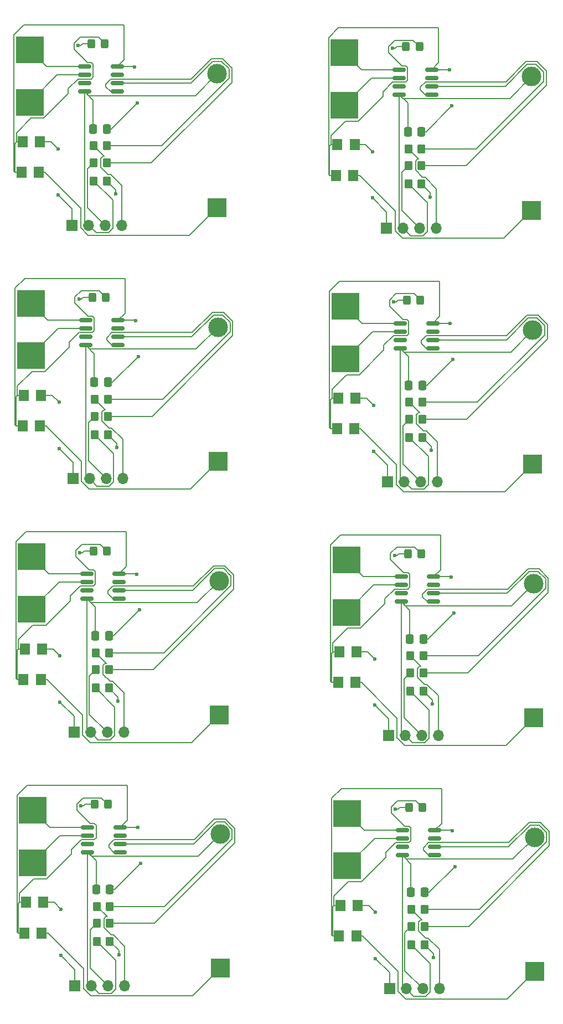
<source format=gbr>
%TF.GenerationSoftware,KiCad,Pcbnew,8.0.5*%
%TF.CreationDate,2024-12-11T00:22:58+01:00*%
%TF.ProjectId,rtc-module-kicad,7274632d-6d6f-4647-956c-652d6b696361,rev?*%
%TF.SameCoordinates,Original*%
%TF.FileFunction,Copper,L1,Top*%
%TF.FilePolarity,Positive*%
%FSLAX46Y46*%
G04 Gerber Fmt 4.6, Leading zero omitted, Abs format (unit mm)*
G04 Created by KiCad (PCBNEW 8.0.5) date 2024-12-11 00:22:58*
%MOMM*%
%LPD*%
G01*
G04 APERTURE LIST*
G04 Aperture macros list*
%AMRoundRect*
0 Rectangle with rounded corners*
0 $1 Rounding radius*
0 $2 $3 $4 $5 $6 $7 $8 $9 X,Y pos of 4 corners*
0 Add a 4 corners polygon primitive as box body*
4,1,4,$2,$3,$4,$5,$6,$7,$8,$9,$2,$3,0*
0 Add four circle primitives for the rounded corners*
1,1,$1+$1,$2,$3*
1,1,$1+$1,$4,$5*
1,1,$1+$1,$6,$7*
1,1,$1+$1,$8,$9*
0 Add four rect primitives between the rounded corners*
20,1,$1+$1,$2,$3,$4,$5,0*
20,1,$1+$1,$4,$5,$6,$7,0*
20,1,$1+$1,$6,$7,$8,$9,0*
20,1,$1+$1,$8,$9,$2,$3,0*%
G04 Aperture macros list end*
%TA.AperFunction,SMDPad,CuDef*%
%ADD10RoundRect,0.250000X-0.350000X-0.450000X0.350000X-0.450000X0.350000X0.450000X-0.350000X0.450000X0*%
%TD*%
%TA.AperFunction,SMDPad,CuDef*%
%ADD11RoundRect,0.150000X-0.825000X-0.150000X0.825000X-0.150000X0.825000X0.150000X-0.825000X0.150000X0*%
%TD*%
%TA.AperFunction,SMDPad,CuDef*%
%ADD12R,1.524000X1.676400*%
%TD*%
%TA.AperFunction,SMDPad,CuDef*%
%ADD13RoundRect,0.250000X-0.337500X-0.475000X0.337500X-0.475000X0.337500X0.475000X-0.337500X0.475000X0*%
%TD*%
%TA.AperFunction,ComponentPad*%
%ADD14R,3.000000X3.000000*%
%TD*%
%TA.AperFunction,ComponentPad*%
%ADD15C,3.000000*%
%TD*%
%TA.AperFunction,ComponentPad*%
%ADD16R,1.700000X1.700000*%
%TD*%
%TA.AperFunction,ComponentPad*%
%ADD17O,1.700000X1.700000*%
%TD*%
%TA.AperFunction,SMDPad,CuDef*%
%ADD18RoundRect,0.250000X-0.325000X-0.450000X0.325000X-0.450000X0.325000X0.450000X-0.325000X0.450000X0*%
%TD*%
%TA.AperFunction,SMDPad,CuDef*%
%ADD19R,4.200000X4.025000*%
%TD*%
%TA.AperFunction,ViaPad*%
%ADD20C,0.600000*%
%TD*%
%TA.AperFunction,Conductor*%
%ADD21C,0.200000*%
%TD*%
G04 APERTURE END LIST*
D10*
%TO.P,150R,1*%
%TO.N,Net-(J1-Pin_2)*%
X76740000Y-94386400D03*
%TO.P,150R,2*%
%TO.N,Net-(D3-K)*%
X78740000Y-94386400D03*
%TD*%
D11*
%TO.P,U1,1,OSCI*%
%TO.N,Net-(U1-OSCI)*%
X75364800Y-76911200D03*
%TO.P,U1,2,OSCO*%
%TO.N,Net-(U1-OSCO)*%
X75364800Y-78181200D03*
%TO.P,U1,3,~{INT}*%
%TO.N,unconnected-(U1-~{INT}-Pad3)*%
X75364800Y-79451200D03*
%TO.P,U1,4,VSS*%
%TO.N,Net-(J1-Pin_2)*%
X75364800Y-80721200D03*
%TO.P,U1,5,SDA*%
%TO.N,Net-(U1-SDA)*%
X80314800Y-80721200D03*
%TO.P,U1,6,SCL*%
%TO.N,Net-(U1-SCL)*%
X80314800Y-79451200D03*
%TO.P,U1,7,CLKO*%
%TO.N,unconnected-(U1-CLKO-Pad7)*%
X80314800Y-78181200D03*
%TO.P,U1,8,VDD*%
%TO.N,Net-(D1-K)*%
X80314800Y-76911200D03*
%TD*%
D12*
%TO.P,D2,1,K*%
%TO.N,Net-(D1-K)*%
X65887600Y-88392000D03*
%TO.P,D2,2,A*%
%TO.N,Net-(D2-A)*%
X68529200Y-88392000D03*
%TD*%
D13*
%TO.P,10uF/6.3V,1*%
%TO.N,Net-(J1-Pin_2)*%
X76665000Y-86410800D03*
%TO.P,10uF/6.3V,2*%
%TO.N,Net-(D1-K)*%
X78740000Y-86410800D03*
%TD*%
D10*
%TO.P,R2,1*%
%TO.N,Net-(J2-Pin_4)*%
X76740000Y-89001600D03*
%TO.P,R2,2*%
%TO.N,Net-(U1-SCL)*%
X78740000Y-89001600D03*
%TD*%
D12*
%TO.P,D1,1,K*%
%TO.N,Net-(D1-K)*%
X65684400Y-93065600D03*
%TO.P,D1,2,A*%
%TO.N,Net-(D1-A)*%
X68326000Y-93065600D03*
%TD*%
D14*
%TO.P,J1,1,Pin_1*%
%TO.N,Net-(D1-A)*%
X95605599Y-98457601D03*
D15*
%TO.P,J1,2,Pin_2*%
%TO.N,Net-(J1-Pin_2)*%
X95605599Y-77967601D03*
%TD*%
D16*
%TO.P,J2,1,Pin_1*%
%TO.N,Net-(D2-A)*%
X73406000Y-101142800D03*
D17*
%TO.P,J2,2,Pin_2*%
%TO.N,Net-(J1-Pin_2)*%
X75946000Y-101142800D03*
%TO.P,J2,3,Pin_3*%
%TO.N,Net-(J2-Pin_3)*%
X78486000Y-101142800D03*
%TO.P,J2,4,Pin_4*%
%TO.N,Net-(J2-Pin_4)*%
X81026000Y-101142800D03*
%TD*%
D18*
%TO.P,LED,1,K*%
%TO.N,Net-(D3-K)*%
X76385200Y-73406000D03*
%TO.P,LED,2,A*%
%TO.N,Net-(D1-K)*%
X78435200Y-73406000D03*
%TD*%
D10*
%TO.P,R1,1*%
%TO.N,Net-(J2-Pin_3)*%
X76740000Y-91592400D03*
%TO.P,R1,2*%
%TO.N,Net-(U1-SDA)*%
X78740000Y-91592400D03*
%TD*%
D19*
%TO.P,Crystal,1,1*%
%TO.N,Net-(U1-OSCI)*%
X66954400Y-74321800D03*
%TO.P,Crystal,2,2*%
%TO.N,Net-(U1-OSCO)*%
X66954400Y-82346800D03*
%TD*%
D10*
%TO.P,150R,1*%
%TO.N,Net-(J1-Pin_2)*%
X76587600Y-55626000D03*
%TO.P,150R,2*%
%TO.N,Net-(D3-K)*%
X78587600Y-55626000D03*
%TD*%
D11*
%TO.P,U1,1,OSCI*%
%TO.N,Net-(U1-OSCI)*%
X75212400Y-38150800D03*
%TO.P,U1,2,OSCO*%
%TO.N,Net-(U1-OSCO)*%
X75212400Y-39420800D03*
%TO.P,U1,3,~{INT}*%
%TO.N,unconnected-(U1-~{INT}-Pad3)*%
X75212400Y-40690800D03*
%TO.P,U1,4,VSS*%
%TO.N,Net-(J1-Pin_2)*%
X75212400Y-41960800D03*
%TO.P,U1,5,SDA*%
%TO.N,Net-(U1-SDA)*%
X80162400Y-41960800D03*
%TO.P,U1,6,SCL*%
%TO.N,Net-(U1-SCL)*%
X80162400Y-40690800D03*
%TO.P,U1,7,CLKO*%
%TO.N,unconnected-(U1-CLKO-Pad7)*%
X80162400Y-39420800D03*
%TO.P,U1,8,VDD*%
%TO.N,Net-(D1-K)*%
X80162400Y-38150800D03*
%TD*%
D12*
%TO.P,D2,1,K*%
%TO.N,Net-(D1-K)*%
X65735200Y-49631600D03*
%TO.P,D2,2,A*%
%TO.N,Net-(D2-A)*%
X68376800Y-49631600D03*
%TD*%
D18*
%TO.P,LED,1,K*%
%TO.N,Net-(D3-K)*%
X76232800Y-34645600D03*
%TO.P,LED,2,A*%
%TO.N,Net-(D1-K)*%
X78282800Y-34645600D03*
%TD*%
D19*
%TO.P,Crystal,1,1*%
%TO.N,Net-(U1-OSCI)*%
X66802000Y-35561400D03*
%TO.P,Crystal,2,2*%
%TO.N,Net-(U1-OSCO)*%
X66802000Y-43586400D03*
%TD*%
D13*
%TO.P,10uF/6.3V,1*%
%TO.N,Net-(J1-Pin_2)*%
X76512600Y-47650400D03*
%TO.P,10uF/6.3V,2*%
%TO.N,Net-(D1-K)*%
X78587600Y-47650400D03*
%TD*%
D10*
%TO.P,150R,1*%
%TO.N,Net-(J1-Pin_2)*%
X124695200Y-56083200D03*
%TO.P,150R,2*%
%TO.N,Net-(D3-K)*%
X126695200Y-56083200D03*
%TD*%
D12*
%TO.P,D1,1,K*%
%TO.N,Net-(D1-K)*%
X65532000Y-54305200D03*
%TO.P,D1,2,A*%
%TO.N,Net-(D1-A)*%
X68173600Y-54305200D03*
%TD*%
D10*
%TO.P,R1,1*%
%TO.N,Net-(J2-Pin_3)*%
X76587600Y-52832000D03*
%TO.P,R1,2*%
%TO.N,Net-(U1-SDA)*%
X78587600Y-52832000D03*
%TD*%
D12*
%TO.P,D1,1,K*%
%TO.N,Net-(D1-K)*%
X113639600Y-54762400D03*
%TO.P,D1,2,A*%
%TO.N,Net-(D1-A)*%
X116281200Y-54762400D03*
%TD*%
D10*
%TO.P,R2,1*%
%TO.N,Net-(J2-Pin_4)*%
X124695200Y-50698400D03*
%TO.P,R2,2*%
%TO.N,Net-(U1-SCL)*%
X126695200Y-50698400D03*
%TD*%
D14*
%TO.P,J1,1,Pin_1*%
%TO.N,Net-(D1-A)*%
X95453199Y-59697201D03*
D15*
%TO.P,J1,2,Pin_2*%
%TO.N,Net-(J1-Pin_2)*%
X95453199Y-39207201D03*
%TD*%
D19*
%TO.P,Crystal,1,1*%
%TO.N,Net-(U1-OSCI)*%
X114909600Y-36018600D03*
%TO.P,Crystal,2,2*%
%TO.N,Net-(U1-OSCO)*%
X114909600Y-44043600D03*
%TD*%
D16*
%TO.P,J2,1,Pin_1*%
%TO.N,Net-(D2-A)*%
X73253600Y-62382400D03*
D17*
%TO.P,J2,2,Pin_2*%
%TO.N,Net-(J1-Pin_2)*%
X75793600Y-62382400D03*
%TO.P,J2,3,Pin_3*%
%TO.N,Net-(J2-Pin_3)*%
X78333600Y-62382400D03*
%TO.P,J2,4,Pin_4*%
%TO.N,Net-(J2-Pin_4)*%
X80873600Y-62382400D03*
%TD*%
D18*
%TO.P,LED,1,K*%
%TO.N,Net-(D3-K)*%
X124340400Y-35102800D03*
%TO.P,LED,2,A*%
%TO.N,Net-(D1-K)*%
X126390400Y-35102800D03*
%TD*%
D13*
%TO.P,10uF/6.3V,1*%
%TO.N,Net-(J1-Pin_2)*%
X124620200Y-48107600D03*
%TO.P,10uF/6.3V,2*%
%TO.N,Net-(D1-K)*%
X126695200Y-48107600D03*
%TD*%
D11*
%TO.P,U1,1,OSCI*%
%TO.N,Net-(U1-OSCI)*%
X123320000Y-38608000D03*
%TO.P,U1,2,OSCO*%
%TO.N,Net-(U1-OSCO)*%
X123320000Y-39878000D03*
%TO.P,U1,3,~{INT}*%
%TO.N,unconnected-(U1-~{INT}-Pad3)*%
X123320000Y-41148000D03*
%TO.P,U1,4,VSS*%
%TO.N,Net-(J1-Pin_2)*%
X123320000Y-42418000D03*
%TO.P,U1,5,SDA*%
%TO.N,Net-(U1-SDA)*%
X128270000Y-42418000D03*
%TO.P,U1,6,SCL*%
%TO.N,Net-(U1-SCL)*%
X128270000Y-41148000D03*
%TO.P,U1,7,CLKO*%
%TO.N,unconnected-(U1-CLKO-Pad7)*%
X128270000Y-39878000D03*
%TO.P,U1,8,VDD*%
%TO.N,Net-(D1-K)*%
X128270000Y-38608000D03*
%TD*%
D12*
%TO.P,D2,1,K*%
%TO.N,Net-(D1-K)*%
X113842800Y-50088800D03*
%TO.P,D2,2,A*%
%TO.N,Net-(D2-A)*%
X116484400Y-50088800D03*
%TD*%
D10*
%TO.P,R1,1*%
%TO.N,Net-(J2-Pin_3)*%
X124695200Y-53289200D03*
%TO.P,R1,2*%
%TO.N,Net-(U1-SDA)*%
X126695200Y-53289200D03*
%TD*%
%TO.P,R2,1*%
%TO.N,Net-(J2-Pin_4)*%
X76587600Y-50241200D03*
%TO.P,R2,2*%
%TO.N,Net-(U1-SCL)*%
X78587600Y-50241200D03*
%TD*%
D14*
%TO.P,J1,1,Pin_1*%
%TO.N,Net-(D1-A)*%
X143560799Y-60154401D03*
D15*
%TO.P,J1,2,Pin_2*%
%TO.N,Net-(J1-Pin_2)*%
X143560799Y-39664401D03*
%TD*%
D19*
%TO.P,Crystal,1,1*%
%TO.N,Net-(U1-OSCI)*%
X115062000Y-74779000D03*
%TO.P,Crystal,2,2*%
%TO.N,Net-(U1-OSCO)*%
X115062000Y-82804000D03*
%TD*%
D10*
%TO.P,150R,1*%
%TO.N,Net-(J1-Pin_2)*%
X124847600Y-94843600D03*
%TO.P,150R,2*%
%TO.N,Net-(D3-K)*%
X126847600Y-94843600D03*
%TD*%
D18*
%TO.P,LED,1,K*%
%TO.N,Net-(D3-K)*%
X124492800Y-73863200D03*
%TO.P,LED,2,A*%
%TO.N,Net-(D1-K)*%
X126542800Y-73863200D03*
%TD*%
D11*
%TO.P,U1,1,OSCI*%
%TO.N,Net-(U1-OSCI)*%
X123472400Y-77368400D03*
%TO.P,U1,2,OSCO*%
%TO.N,Net-(U1-OSCO)*%
X123472400Y-78638400D03*
%TO.P,U1,3,~{INT}*%
%TO.N,unconnected-(U1-~{INT}-Pad3)*%
X123472400Y-79908400D03*
%TO.P,U1,4,VSS*%
%TO.N,Net-(J1-Pin_2)*%
X123472400Y-81178400D03*
%TO.P,U1,5,SDA*%
%TO.N,Net-(U1-SDA)*%
X128422400Y-81178400D03*
%TO.P,U1,6,SCL*%
%TO.N,Net-(U1-SCL)*%
X128422400Y-79908400D03*
%TO.P,U1,7,CLKO*%
%TO.N,unconnected-(U1-CLKO-Pad7)*%
X128422400Y-78638400D03*
%TO.P,U1,8,VDD*%
%TO.N,Net-(D1-K)*%
X128422400Y-77368400D03*
%TD*%
D12*
%TO.P,D2,1,K*%
%TO.N,Net-(D1-K)*%
X113995200Y-88849200D03*
%TO.P,D2,2,A*%
%TO.N,Net-(D2-A)*%
X116636800Y-88849200D03*
%TD*%
%TO.P,D1,1,K*%
%TO.N,Net-(D1-K)*%
X113792000Y-93522800D03*
%TO.P,D1,2,A*%
%TO.N,Net-(D1-A)*%
X116433600Y-93522800D03*
%TD*%
D10*
%TO.P,R1,1*%
%TO.N,Net-(J2-Pin_3)*%
X124847600Y-92049600D03*
%TO.P,R1,2*%
%TO.N,Net-(U1-SDA)*%
X126847600Y-92049600D03*
%TD*%
D13*
%TO.P,10uF/6.3V,1*%
%TO.N,Net-(J1-Pin_2)*%
X124772600Y-86868000D03*
%TO.P,10uF/6.3V,2*%
%TO.N,Net-(D1-K)*%
X126847600Y-86868000D03*
%TD*%
D10*
%TO.P,R2,1*%
%TO.N,Net-(J2-Pin_4)*%
X124847600Y-89458800D03*
%TO.P,R2,2*%
%TO.N,Net-(U1-SCL)*%
X126847600Y-89458800D03*
%TD*%
D16*
%TO.P,J2,1,Pin_1*%
%TO.N,Net-(D2-A)*%
X121513600Y-101600000D03*
D17*
%TO.P,J2,2,Pin_2*%
%TO.N,Net-(J1-Pin_2)*%
X124053600Y-101600000D03*
%TO.P,J2,3,Pin_3*%
%TO.N,Net-(J2-Pin_3)*%
X126593600Y-101600000D03*
%TO.P,J2,4,Pin_4*%
%TO.N,Net-(J2-Pin_4)*%
X129133600Y-101600000D03*
%TD*%
D16*
%TO.P,J2,1,Pin_1*%
%TO.N,Net-(D2-A)*%
X121361200Y-62839600D03*
D17*
%TO.P,J2,2,Pin_2*%
%TO.N,Net-(J1-Pin_2)*%
X123901200Y-62839600D03*
%TO.P,J2,3,Pin_3*%
%TO.N,Net-(J2-Pin_3)*%
X126441200Y-62839600D03*
%TO.P,J2,4,Pin_4*%
%TO.N,Net-(J2-Pin_4)*%
X128981200Y-62839600D03*
%TD*%
D14*
%TO.P,J1,1,Pin_1*%
%TO.N,Net-(D1-A)*%
X143713199Y-98914801D03*
D15*
%TO.P,J1,2,Pin_2*%
%TO.N,Net-(J1-Pin_2)*%
X143713199Y-78424801D03*
%TD*%
D10*
%TO.P,150R,1*%
%TO.N,Net-(J1-Pin_2)*%
X76892400Y-133146800D03*
%TO.P,150R,2*%
%TO.N,Net-(D3-K)*%
X78892400Y-133146800D03*
%TD*%
D11*
%TO.P,U1,1,OSCI*%
%TO.N,Net-(U1-OSCI)*%
X75517200Y-115671600D03*
%TO.P,U1,2,OSCO*%
%TO.N,Net-(U1-OSCO)*%
X75517200Y-116941600D03*
%TO.P,U1,3,~{INT}*%
%TO.N,unconnected-(U1-~{INT}-Pad3)*%
X75517200Y-118211600D03*
%TO.P,U1,4,VSS*%
%TO.N,Net-(J1-Pin_2)*%
X75517200Y-119481600D03*
%TO.P,U1,5,SDA*%
%TO.N,Net-(U1-SDA)*%
X80467200Y-119481600D03*
%TO.P,U1,6,SCL*%
%TO.N,Net-(U1-SCL)*%
X80467200Y-118211600D03*
%TO.P,U1,7,CLKO*%
%TO.N,unconnected-(U1-CLKO-Pad7)*%
X80467200Y-116941600D03*
%TO.P,U1,8,VDD*%
%TO.N,Net-(D1-K)*%
X80467200Y-115671600D03*
%TD*%
D12*
%TO.P,D2,1,K*%
%TO.N,Net-(D1-K)*%
X66040000Y-127152400D03*
%TO.P,D2,2,A*%
%TO.N,Net-(D2-A)*%
X68681600Y-127152400D03*
%TD*%
D13*
%TO.P,10uF/6.3V,1*%
%TO.N,Net-(J1-Pin_2)*%
X76817400Y-125171200D03*
%TO.P,10uF/6.3V,2*%
%TO.N,Net-(D1-K)*%
X78892400Y-125171200D03*
%TD*%
D10*
%TO.P,R2,1*%
%TO.N,Net-(J2-Pin_4)*%
X76892400Y-127762000D03*
%TO.P,R2,2*%
%TO.N,Net-(U1-SCL)*%
X78892400Y-127762000D03*
%TD*%
D12*
%TO.P,D1,1,K*%
%TO.N,Net-(D1-K)*%
X65836800Y-131826000D03*
%TO.P,D1,2,A*%
%TO.N,Net-(D1-A)*%
X68478400Y-131826000D03*
%TD*%
D14*
%TO.P,J1,1,Pin_1*%
%TO.N,Net-(D1-A)*%
X95757999Y-137218001D03*
D15*
%TO.P,J1,2,Pin_2*%
%TO.N,Net-(J1-Pin_2)*%
X95757999Y-116728001D03*
%TD*%
D16*
%TO.P,J2,1,Pin_1*%
%TO.N,Net-(D2-A)*%
X73558400Y-139903200D03*
D17*
%TO.P,J2,2,Pin_2*%
%TO.N,Net-(J1-Pin_2)*%
X76098400Y-139903200D03*
%TO.P,J2,3,Pin_3*%
%TO.N,Net-(J2-Pin_3)*%
X78638400Y-139903200D03*
%TO.P,J2,4,Pin_4*%
%TO.N,Net-(J2-Pin_4)*%
X81178400Y-139903200D03*
%TD*%
D18*
%TO.P,LED,1,K*%
%TO.N,Net-(D3-K)*%
X76537600Y-112166400D03*
%TO.P,LED,2,A*%
%TO.N,Net-(D1-K)*%
X78587600Y-112166400D03*
%TD*%
D10*
%TO.P,R1,1*%
%TO.N,Net-(J2-Pin_3)*%
X76892400Y-130352800D03*
%TO.P,R1,2*%
%TO.N,Net-(U1-SDA)*%
X78892400Y-130352800D03*
%TD*%
D19*
%TO.P,Crystal,1,1*%
%TO.N,Net-(U1-OSCI)*%
X67106800Y-113082200D03*
%TO.P,Crystal,2,2*%
%TO.N,Net-(U1-OSCO)*%
X67106800Y-121107200D03*
%TD*%
%TO.P,Crystal,1,1*%
%TO.N,Net-(U1-OSCI)*%
X115214400Y-113539400D03*
%TO.P,Crystal,2,2*%
%TO.N,Net-(U1-OSCO)*%
X115214400Y-121564400D03*
%TD*%
D10*
%TO.P,150R,1*%
%TO.N,Net-(J1-Pin_2)*%
X125000000Y-133604000D03*
%TO.P,150R,2*%
%TO.N,Net-(D3-K)*%
X127000000Y-133604000D03*
%TD*%
D18*
%TO.P,LED,1,K*%
%TO.N,Net-(D3-K)*%
X124645200Y-112623600D03*
%TO.P,LED,2,A*%
%TO.N,Net-(D1-K)*%
X126695200Y-112623600D03*
%TD*%
D11*
%TO.P,U1,1,OSCI*%
%TO.N,Net-(U1-OSCI)*%
X123624800Y-116128800D03*
%TO.P,U1,2,OSCO*%
%TO.N,Net-(U1-OSCO)*%
X123624800Y-117398800D03*
%TO.P,U1,3,~{INT}*%
%TO.N,unconnected-(U1-~{INT}-Pad3)*%
X123624800Y-118668800D03*
%TO.P,U1,4,VSS*%
%TO.N,Net-(J1-Pin_2)*%
X123624800Y-119938800D03*
%TO.P,U1,5,SDA*%
%TO.N,Net-(U1-SDA)*%
X128574800Y-119938800D03*
%TO.P,U1,6,SCL*%
%TO.N,Net-(U1-SCL)*%
X128574800Y-118668800D03*
%TO.P,U1,7,CLKO*%
%TO.N,unconnected-(U1-CLKO-Pad7)*%
X128574800Y-117398800D03*
%TO.P,U1,8,VDD*%
%TO.N,Net-(D1-K)*%
X128574800Y-116128800D03*
%TD*%
D12*
%TO.P,D2,1,K*%
%TO.N,Net-(D1-K)*%
X114147600Y-127609600D03*
%TO.P,D2,2,A*%
%TO.N,Net-(D2-A)*%
X116789200Y-127609600D03*
%TD*%
%TO.P,D1,1,K*%
%TO.N,Net-(D1-K)*%
X113944400Y-132283200D03*
%TO.P,D1,2,A*%
%TO.N,Net-(D1-A)*%
X116586000Y-132283200D03*
%TD*%
D10*
%TO.P,R1,1*%
%TO.N,Net-(J2-Pin_3)*%
X125000000Y-130810000D03*
%TO.P,R1,2*%
%TO.N,Net-(U1-SDA)*%
X127000000Y-130810000D03*
%TD*%
D13*
%TO.P,10uF/6.3V,1*%
%TO.N,Net-(J1-Pin_2)*%
X124925000Y-125628400D03*
%TO.P,10uF/6.3V,2*%
%TO.N,Net-(D1-K)*%
X127000000Y-125628400D03*
%TD*%
D10*
%TO.P,R2,1*%
%TO.N,Net-(J2-Pin_4)*%
X125000000Y-128219200D03*
%TO.P,R2,2*%
%TO.N,Net-(U1-SCL)*%
X127000000Y-128219200D03*
%TD*%
D16*
%TO.P,J2,1,Pin_1*%
%TO.N,Net-(D2-A)*%
X121666000Y-140360400D03*
D17*
%TO.P,J2,2,Pin_2*%
%TO.N,Net-(J1-Pin_2)*%
X124206000Y-140360400D03*
%TO.P,J2,3,Pin_3*%
%TO.N,Net-(J2-Pin_3)*%
X126746000Y-140360400D03*
%TO.P,J2,4,Pin_4*%
%TO.N,Net-(J2-Pin_4)*%
X129286000Y-140360400D03*
%TD*%
D14*
%TO.P,J1,1,Pin_1*%
%TO.N,Net-(D1-A)*%
X143865599Y-137675201D03*
D15*
%TO.P,J1,2,Pin_2*%
%TO.N,Net-(J1-Pin_2)*%
X143865599Y-117185201D03*
%TD*%
D10*
%TO.P,150R,1*%
%TO.N,Net-(J1-Pin_2)*%
X125152400Y-172364400D03*
%TO.P,150R,2*%
%TO.N,Net-(D3-K)*%
X127152400Y-172364400D03*
%TD*%
D11*
%TO.P,U1,1,OSCI*%
%TO.N,Net-(U1-OSCI)*%
X123777200Y-154889200D03*
%TO.P,U1,2,OSCO*%
%TO.N,Net-(U1-OSCO)*%
X123777200Y-156159200D03*
%TO.P,U1,3,~{INT}*%
%TO.N,unconnected-(U1-~{INT}-Pad3)*%
X123777200Y-157429200D03*
%TO.P,U1,4,VSS*%
%TO.N,Net-(J1-Pin_2)*%
X123777200Y-158699200D03*
%TO.P,U1,5,SDA*%
%TO.N,Net-(U1-SDA)*%
X128727200Y-158699200D03*
%TO.P,U1,6,SCL*%
%TO.N,Net-(U1-SCL)*%
X128727200Y-157429200D03*
%TO.P,U1,7,CLKO*%
%TO.N,unconnected-(U1-CLKO-Pad7)*%
X128727200Y-156159200D03*
%TO.P,U1,8,VDD*%
%TO.N,Net-(D1-K)*%
X128727200Y-154889200D03*
%TD*%
D12*
%TO.P,D2,1,K*%
%TO.N,Net-(D1-K)*%
X114300000Y-166370000D03*
%TO.P,D2,2,A*%
%TO.N,Net-(D2-A)*%
X116941600Y-166370000D03*
%TD*%
D13*
%TO.P,10uF/6.3V,1*%
%TO.N,Net-(J1-Pin_2)*%
X125077400Y-164388800D03*
%TO.P,10uF/6.3V,2*%
%TO.N,Net-(D1-K)*%
X127152400Y-164388800D03*
%TD*%
D10*
%TO.P,R2,1*%
%TO.N,Net-(J2-Pin_4)*%
X125152400Y-166979600D03*
%TO.P,R2,2*%
%TO.N,Net-(U1-SCL)*%
X127152400Y-166979600D03*
%TD*%
D12*
%TO.P,D1,1,K*%
%TO.N,Net-(D1-K)*%
X114096800Y-171043600D03*
%TO.P,D1,2,A*%
%TO.N,Net-(D1-A)*%
X116738400Y-171043600D03*
%TD*%
D14*
%TO.P,J1,1,Pin_1*%
%TO.N,Net-(D1-A)*%
X144017999Y-176435601D03*
D15*
%TO.P,J1,2,Pin_2*%
%TO.N,Net-(J1-Pin_2)*%
X144017999Y-155945601D03*
%TD*%
D16*
%TO.P,J2,1,Pin_1*%
%TO.N,Net-(D2-A)*%
X121818400Y-179120800D03*
D17*
%TO.P,J2,2,Pin_2*%
%TO.N,Net-(J1-Pin_2)*%
X124358400Y-179120800D03*
%TO.P,J2,3,Pin_3*%
%TO.N,Net-(J2-Pin_3)*%
X126898400Y-179120800D03*
%TO.P,J2,4,Pin_4*%
%TO.N,Net-(J2-Pin_4)*%
X129438400Y-179120800D03*
%TD*%
D18*
%TO.P,LED,1,K*%
%TO.N,Net-(D3-K)*%
X124797600Y-151384000D03*
%TO.P,LED,2,A*%
%TO.N,Net-(D1-K)*%
X126847600Y-151384000D03*
%TD*%
D10*
%TO.P,R1,1*%
%TO.N,Net-(J2-Pin_3)*%
X125152400Y-169570400D03*
%TO.P,R1,2*%
%TO.N,Net-(U1-SDA)*%
X127152400Y-169570400D03*
%TD*%
D19*
%TO.P,Crystal,1,1*%
%TO.N,Net-(U1-OSCI)*%
X115366800Y-152299800D03*
%TO.P,Crystal,2,2*%
%TO.N,Net-(U1-OSCO)*%
X115366800Y-160324800D03*
%TD*%
D18*
%TO.P,LED,2,A*%
%TO.N,Net-(D1-K)*%
X78740000Y-150926800D03*
%TO.P,LED,1,K*%
%TO.N,Net-(D3-K)*%
X76690000Y-150926800D03*
%TD*%
D17*
%TO.P,J2,4,Pin_4*%
%TO.N,Net-(J2-Pin_4)*%
X81330800Y-178663600D03*
%TO.P,J2,3,Pin_3*%
%TO.N,Net-(J2-Pin_3)*%
X78790800Y-178663600D03*
%TO.P,J2,2,Pin_2*%
%TO.N,Net-(J1-Pin_2)*%
X76250800Y-178663600D03*
D16*
%TO.P,J2,1,Pin_1*%
%TO.N,Net-(D2-A)*%
X73710800Y-178663600D03*
%TD*%
D15*
%TO.P,J1,2,Pin_2*%
%TO.N,Net-(J1-Pin_2)*%
X95910399Y-155488401D03*
D14*
%TO.P,J1,1,Pin_1*%
%TO.N,Net-(D1-A)*%
X95910399Y-175978401D03*
%TD*%
D12*
%TO.P,D1,2,A*%
%TO.N,Net-(D1-A)*%
X68630800Y-170586400D03*
%TO.P,D1,1,K*%
%TO.N,Net-(D1-K)*%
X65989200Y-170586400D03*
%TD*%
D19*
%TO.P,Crystal,2,2*%
%TO.N,Net-(U1-OSCO)*%
X67259200Y-159867600D03*
%TO.P,Crystal,1,1*%
%TO.N,Net-(U1-OSCI)*%
X67259200Y-151842600D03*
%TD*%
D10*
%TO.P,R2,2*%
%TO.N,Net-(U1-SCL)*%
X79044800Y-166522400D03*
%TO.P,R2,1*%
%TO.N,Net-(J2-Pin_4)*%
X77044800Y-166522400D03*
%TD*%
%TO.P,R1,2*%
%TO.N,Net-(U1-SDA)*%
X79044800Y-169113200D03*
%TO.P,R1,1*%
%TO.N,Net-(J2-Pin_3)*%
X77044800Y-169113200D03*
%TD*%
D13*
%TO.P,10uF/6.3V,2*%
%TO.N,Net-(D1-K)*%
X79044800Y-163931600D03*
%TO.P,10uF/6.3V,1*%
%TO.N,Net-(J1-Pin_2)*%
X76969800Y-163931600D03*
%TD*%
D12*
%TO.P,D2,2,A*%
%TO.N,Net-(D2-A)*%
X68834000Y-165912800D03*
%TO.P,D2,1,K*%
%TO.N,Net-(D1-K)*%
X66192400Y-165912800D03*
%TD*%
D11*
%TO.P,U1,8,VDD*%
%TO.N,Net-(D1-K)*%
X80619600Y-154432000D03*
%TO.P,U1,7,CLKO*%
%TO.N,unconnected-(U1-CLKO-Pad7)*%
X80619600Y-155702000D03*
%TO.P,U1,6,SCL*%
%TO.N,Net-(U1-SCL)*%
X80619600Y-156972000D03*
%TO.P,U1,5,SDA*%
%TO.N,Net-(U1-SDA)*%
X80619600Y-158242000D03*
%TO.P,U1,4,VSS*%
%TO.N,Net-(J1-Pin_2)*%
X75669600Y-158242000D03*
%TO.P,U1,3,~{INT}*%
%TO.N,unconnected-(U1-~{INT}-Pad3)*%
X75669600Y-156972000D03*
%TO.P,U1,2,OSCO*%
%TO.N,Net-(U1-OSCO)*%
X75669600Y-155702000D03*
%TO.P,U1,1,OSCI*%
%TO.N,Net-(U1-OSCI)*%
X75669600Y-154432000D03*
%TD*%
D10*
%TO.P,150R,2*%
%TO.N,Net-(D3-K)*%
X79044800Y-171907200D03*
%TO.P,150R,1*%
%TO.N,Net-(J1-Pin_2)*%
X77044800Y-171907200D03*
%TD*%
D20*
%TO.N,Net-(D1-K)*%
X131368800Y-44145200D03*
%TO.N,Net-(D3-K)*%
X122275600Y-35356800D03*
%TO.N,Net-(D2-A)*%
X71120000Y-57759600D03*
%TO.N,Net-(D1-K)*%
X130962400Y-38658800D03*
%TO.N,Net-(D2-A)*%
X71120000Y-50698400D03*
X119227600Y-58216800D03*
X119227600Y-51155600D03*
%TO.N,Net-(D3-K)*%
X74168000Y-34899600D03*
%TO.N,Net-(D2-A)*%
X119380000Y-96977200D03*
%TO.N,Net-(D1-K)*%
X131521200Y-82905600D03*
X83261200Y-43688000D03*
%TO.N,Net-(D3-K)*%
X79959200Y-57607200D03*
%TO.N,Net-(D1-K)*%
X82854800Y-38201600D03*
%TO.N,Net-(D3-K)*%
X122428000Y-74117200D03*
X128219200Y-96824800D03*
%TO.N,Net-(D1-K)*%
X131114800Y-77419200D03*
%TO.N,Net-(D3-K)*%
X128066800Y-58064400D03*
%TO.N,Net-(D2-A)*%
X119380000Y-89916000D03*
X71272400Y-96520000D03*
%TO.N,Net-(D1-K)*%
X83413600Y-82448400D03*
%TO.N,Net-(D3-K)*%
X74320400Y-73660000D03*
X80111600Y-96367600D03*
%TO.N,Net-(D1-K)*%
X83007200Y-76962000D03*
%TO.N,Net-(D2-A)*%
X71272400Y-89458800D03*
X119532400Y-135737600D03*
%TO.N,Net-(D1-K)*%
X131673600Y-121666000D03*
%TO.N,Net-(D3-K)*%
X122580400Y-112877600D03*
X128371600Y-135585200D03*
%TO.N,Net-(D1-K)*%
X131267200Y-116179600D03*
%TO.N,Net-(D2-A)*%
X119532400Y-128676400D03*
X71424800Y-135280400D03*
%TO.N,Net-(D1-K)*%
X83566000Y-121208800D03*
%TO.N,Net-(D3-K)*%
X74472800Y-112420400D03*
X80264000Y-135128000D03*
%TO.N,Net-(D1-K)*%
X83159600Y-115722400D03*
%TO.N,Net-(D2-A)*%
X71424800Y-128219200D03*
X119684800Y-174498000D03*
%TO.N,Net-(D1-K)*%
X131826000Y-160426400D03*
%TO.N,Net-(D3-K)*%
X122732800Y-151638000D03*
X128524000Y-174345600D03*
%TO.N,Net-(D1-K)*%
X131419600Y-154940000D03*
%TO.N,Net-(D2-A)*%
X119684800Y-167436800D03*
%TO.N,Net-(D1-K)*%
X83718400Y-159969200D03*
X83312000Y-154482800D03*
%TO.N,Net-(D2-A)*%
X71577200Y-174040800D03*
X71577200Y-166979600D03*
%TO.N,Net-(D3-K)*%
X80416400Y-173888400D03*
X74625200Y-151180800D03*
%TD*%
D21*
%TO.N,Net-(D2-A)*%
X121361200Y-60350400D02*
X119227600Y-58216800D01*
%TO.N,Net-(D1-K)*%
X112880800Y-50088800D02*
X112866500Y-50074500D01*
%TO.N,Net-(D1-A)*%
X139325600Y-64389600D02*
X123824854Y-64389600D01*
%TO.N,Net-(D1-K)*%
X120802400Y-42722800D02*
X120802400Y-41980048D01*
X124595000Y-38267448D02*
X124335552Y-38008000D01*
%TO.N,Net-(D3-K)*%
X128066800Y-57454800D02*
X128066800Y-58064400D01*
X122275600Y-35356800D02*
X122682000Y-35356800D01*
%TO.N,Net-(D1-K)*%
X121675600Y-35042400D02*
X122615200Y-34102800D01*
%TO.N,Net-(J1-Pin_2)*%
X123901200Y-62839600D02*
X123320000Y-62258400D01*
%TO.N,Net-(D2-A)*%
X121361200Y-62839600D02*
X121361200Y-60350400D01*
%TO.N,Net-(D1-K)*%
X120802400Y-41980048D02*
X122304448Y-40478000D01*
X125390400Y-34102800D02*
X126390400Y-35102800D01*
X112677600Y-54762400D02*
X112663300Y-54748100D01*
X123707600Y-38008000D02*
X121675600Y-35976000D01*
X124595000Y-40218552D02*
X124595000Y-38267448D01*
X112866500Y-48701178D02*
X115085678Y-46482000D01*
X124335552Y-38008000D02*
X123707600Y-38008000D01*
%TO.N,Net-(D1-A)*%
X122682000Y-63246746D02*
X122682000Y-60201200D01*
X143560799Y-60154401D02*
X139325600Y-64389600D01*
%TO.N,Net-(D2-A)*%
X119227600Y-51155600D02*
X118160800Y-50088800D01*
X118160800Y-50088800D02*
X116484400Y-50088800D01*
%TO.N,Net-(D1-K)*%
X124335552Y-40478000D02*
X124595000Y-40218552D01*
%TO.N,Net-(D1-A)*%
X117243200Y-54762400D02*
X116281200Y-54762400D01*
%TO.N,Net-(J2-Pin_4)*%
X126888456Y-55067200D02*
X127263944Y-55067200D01*
%TO.N,Net-(U1-SDA)*%
X133502400Y-53289200D02*
X126695200Y-53289200D01*
%TO.N,Net-(J1-Pin_2)*%
X124620200Y-43718200D02*
X123320000Y-42418000D01*
%TO.N,Net-(U1-SDA)*%
X142697200Y-37388800D02*
X144396469Y-37388800D01*
%TO.N,Net-(U1-OSCI)*%
X117499000Y-38608000D02*
X114909600Y-36018600D01*
%TO.N,Net-(D1-K)*%
X112509600Y-33706100D02*
X114008500Y-32207200D01*
%TO.N,Net-(J1-Pin_2)*%
X126917546Y-63989600D02*
X125051200Y-63989600D01*
X143560799Y-39664401D02*
X140207200Y-43018000D01*
%TO.N,Net-(D1-K)*%
X112509600Y-54594400D02*
X112509600Y-33706100D01*
%TO.N,Net-(J2-Pin_3)*%
X123720000Y-60118400D02*
X126441200Y-62839600D01*
%TO.N,Net-(D1-K)*%
X130962400Y-38658800D02*
X130911600Y-38608000D01*
%TO.N,Net-(U1-OSCO)*%
X119075200Y-39878000D02*
X114909600Y-44043600D01*
%TO.N,Net-(U1-SDA)*%
X128270000Y-42418000D02*
X127295001Y-42418000D01*
%TO.N,Net-(J2-Pin_4)*%
X125795200Y-52604456D02*
X125795200Y-53973944D01*
%TO.N,Net-(U1-SDA)*%
X126542800Y-41665799D02*
X126542800Y-41259648D01*
%TO.N,Net-(J1-Pin_2)*%
X127591200Y-63315946D02*
X126917546Y-63989600D01*
%TO.N,Net-(J2-Pin_4)*%
X127263944Y-55067200D02*
X128981200Y-56784456D01*
%TO.N,Net-(J1-Pin_2)*%
X127591200Y-58979200D02*
X127591200Y-63315946D01*
%TO.N,Net-(U1-SCL)*%
X145389600Y-38947617D02*
X145389600Y-40381185D01*
%TO.N,Net-(D1-K)*%
X129336800Y-37541200D02*
X128270000Y-38608000D01*
%TO.N,Net-(U1-OSCI)*%
X75212400Y-38150800D02*
X69391400Y-38150800D01*
%TO.N,Net-(J2-Pin_4)*%
X77687600Y-53516744D02*
X78780856Y-54610000D01*
X76587600Y-50241200D02*
X78178400Y-51832000D01*
%TO.N,Net-(U1-SCL)*%
X91424015Y-40690800D02*
X94776815Y-37338000D01*
%TO.N,Net-(D1-K)*%
X64555700Y-49849100D02*
X64773200Y-49631600D01*
%TO.N,Net-(J1-Pin_2)*%
X92099600Y-42560800D02*
X75812400Y-42560800D01*
%TO.N,Net-(D1-K)*%
X82854800Y-38201600D02*
X82804000Y-38150800D01*
%TO.N,Net-(J2-Pin_4)*%
X78002856Y-51832000D02*
X77687600Y-52147256D01*
%TO.N,Net-(J1-Pin_2)*%
X75793600Y-62382400D02*
X75212400Y-61801200D01*
%TO.N,Net-(J2-Pin_4)*%
X79156344Y-54610000D02*
X80873600Y-56327256D01*
%TO.N,Net-(J1-Pin_2)*%
X76943600Y-63532400D02*
X75793600Y-62382400D01*
%TO.N,Net-(D1-A)*%
X74574400Y-59744000D02*
X69135600Y-54305200D01*
%TO.N,Net-(J1-Pin_2)*%
X76512600Y-47650400D02*
X76512600Y-43261000D01*
%TO.N,Net-(D1-K)*%
X82804000Y-38150800D02*
X80162400Y-38150800D01*
%TO.N,Net-(U1-SDA)*%
X96288869Y-36931600D02*
X97688400Y-38331131D01*
%TO.N,Net-(J2-Pin_4)*%
X77687600Y-52147256D02*
X77687600Y-53516744D01*
%TO.N,Net-(J2-Pin_3)*%
X75612400Y-53807200D02*
X75612400Y-59661200D01*
%TO.N,Net-(U1-OSCI)*%
X69391400Y-38150800D02*
X66802000Y-35561400D01*
%TO.N,Net-(J2-Pin_4)*%
X78178400Y-51832000D02*
X78002856Y-51832000D01*
%TO.N,Net-(J2-Pin_3)*%
X76587600Y-52832000D02*
X75612400Y-53807200D01*
%TO.N,Net-(D1-K)*%
X78587600Y-47650400D02*
X79298800Y-47650400D01*
%TO.N,Net-(U1-SCL)*%
X94776815Y-37338000D02*
X96129583Y-37338000D01*
%TO.N,Net-(U1-SDA)*%
X79216848Y-40020800D02*
X91500400Y-40020800D01*
%TO.N,Net-(U1-OSCO)*%
X70967600Y-39420800D02*
X66802000Y-43586400D01*
%TO.N,Net-(U1-SCL)*%
X96129583Y-37338000D02*
X97282000Y-38490417D01*
%TO.N,Net-(U1-SDA)*%
X79187401Y-41960800D02*
X78435200Y-41208599D01*
%TO.N,Net-(J1-Pin_2)*%
X79483600Y-58522000D02*
X79483600Y-62858746D01*
%TO.N,Net-(U1-SDA)*%
X78435200Y-40802448D02*
X79216848Y-40020800D01*
%TO.N,Net-(U1-SCL)*%
X97282000Y-38490417D02*
X97282000Y-39923985D01*
%TO.N,Net-(U1-SDA)*%
X80162400Y-41960800D02*
X79187401Y-41960800D01*
X97688400Y-38331131D02*
X97688400Y-40538400D01*
X78435200Y-41208599D02*
X78435200Y-40802448D01*
%TO.N,Net-(U1-SCL)*%
X80162400Y-40690800D02*
X91424015Y-40690800D01*
X97282000Y-39923985D02*
X86964785Y-50241200D01*
%TO.N,Net-(J1-Pin_2)*%
X75212400Y-61801200D02*
X75212400Y-41960800D01*
X95453199Y-39207201D02*
X92099600Y-42560800D01*
%TO.N,Net-(U1-SDA)*%
X97688400Y-40538400D02*
X85394800Y-52832000D01*
%TO.N,Net-(D1-K)*%
X68935600Y-46024800D02*
X72694800Y-42265600D01*
%TO.N,Net-(U1-SDA)*%
X91500400Y-40020800D02*
X94589600Y-36931600D01*
%TO.N,Net-(U1-OSCO)*%
X75212400Y-39420800D02*
X70967600Y-39420800D01*
%TO.N,Net-(D1-A)*%
X74574400Y-62789546D02*
X74574400Y-59744000D01*
%TO.N,Net-(J1-Pin_2)*%
X76587600Y-55626000D02*
X79483600Y-58522000D01*
X76512600Y-43261000D02*
X75212400Y-41960800D01*
%TO.N,Net-(U1-SDA)*%
X94589600Y-36931600D02*
X96288869Y-36931600D01*
%TO.N,Net-(J1-Pin_2)*%
X75812400Y-42560800D02*
X75212400Y-41960800D01*
%TO.N,Net-(D1-A)*%
X91218000Y-63932400D02*
X75717254Y-63932400D01*
X95453199Y-59697201D02*
X91218000Y-63932400D01*
%TO.N,Net-(J1-Pin_2)*%
X79483600Y-62858746D02*
X78809946Y-63532400D01*
X78809946Y-63532400D02*
X76943600Y-63532400D01*
%TO.N,Net-(U1-SCL)*%
X86964785Y-50241200D02*
X78587600Y-50241200D01*
%TO.N,Net-(D1-K)*%
X81229200Y-37084000D02*
X80162400Y-38150800D01*
X66978078Y-46024800D02*
X68935600Y-46024800D01*
X64402000Y-33248900D02*
X65900900Y-31750000D01*
%TO.N,Net-(U1-SDA)*%
X85394800Y-52832000D02*
X78587600Y-52832000D01*
%TO.N,Net-(D1-K)*%
X73568000Y-35518800D02*
X73568000Y-34585200D01*
X65900900Y-31750000D02*
X81229200Y-31750000D01*
X64402000Y-54137200D02*
X64402000Y-33248900D01*
X113018900Y-87461578D02*
X115238078Y-85242400D01*
X112830000Y-93522800D02*
X112815700Y-93508500D01*
X64773200Y-49631600D02*
X65735200Y-49631600D01*
%TO.N,Net-(J2-Pin_4)*%
X78780856Y-54610000D02*
X79156344Y-54610000D01*
X80873600Y-56327256D02*
X80873600Y-62382400D01*
%TO.N,Net-(J2-Pin_3)*%
X75612400Y-59661200D02*
X78333600Y-62382400D01*
%TO.N,Net-(D3-K)*%
X128219200Y-96215200D02*
X128219200Y-96824800D01*
%TO.N,Net-(D1-K)*%
X124487952Y-79238400D02*
X124747400Y-78978952D01*
X124487952Y-76768400D02*
X123860000Y-76768400D01*
X113033200Y-88849200D02*
X113018900Y-88834900D01*
%TO.N,Net-(D2-A)*%
X121513600Y-99110800D02*
X119380000Y-96977200D01*
%TO.N,Net-(D1-A)*%
X117395600Y-93522800D02*
X116433600Y-93522800D01*
X122834400Y-102007146D02*
X122834400Y-98961600D01*
%TO.N,Net-(D1-K)*%
X124747400Y-78978952D02*
X124747400Y-77027848D01*
X125542800Y-72863200D02*
X126542800Y-73863200D01*
X120954800Y-81483200D02*
X120954800Y-80740448D01*
%TO.N,Net-(D2-A)*%
X121513600Y-101600000D02*
X121513600Y-99110800D01*
%TO.N,Net-(D1-A)*%
X143713199Y-98914801D02*
X139478000Y-103150000D01*
%TO.N,Net-(D1-K)*%
X124747400Y-77027848D02*
X124487952Y-76768400D01*
%TO.N,Net-(D1-A)*%
X139478000Y-103150000D02*
X123977254Y-103150000D01*
%TO.N,Net-(D2-A)*%
X118313200Y-88849200D02*
X116636800Y-88849200D01*
%TO.N,Net-(J1-Pin_2)*%
X124053600Y-101600000D02*
X123472400Y-101018800D01*
%TO.N,Net-(D1-K)*%
X123860000Y-76768400D02*
X121828000Y-74736400D01*
%TO.N,Net-(D3-K)*%
X122428000Y-74117200D02*
X122834400Y-74117200D01*
%TO.N,Net-(D1-K)*%
X120954800Y-80740448D02*
X122456848Y-79238400D01*
X121828000Y-73802800D02*
X122767600Y-72863200D01*
%TO.N,Net-(D2-A)*%
X119380000Y-89916000D02*
X118313200Y-88849200D01*
%TO.N,Net-(D1-A)*%
X123977254Y-103150000D02*
X122834400Y-102007146D01*
%TO.N,Net-(D3-K)*%
X123088400Y-73863200D02*
X124492800Y-73863200D01*
X126847600Y-94843600D02*
X128219200Y-96215200D01*
X122834400Y-74117200D02*
X123088400Y-73863200D01*
%TO.N,Net-(D1-A)*%
X122834400Y-98961600D02*
X117395600Y-93522800D01*
%TO.N,Net-(D1-K)*%
X129489200Y-70967600D02*
X129489200Y-76301600D01*
X127558800Y-86868000D02*
X131521200Y-82905600D01*
X112830000Y-93522800D02*
X112662000Y-93354800D01*
X122456848Y-79238400D02*
X124487952Y-79238400D01*
X122767600Y-72863200D02*
X125542800Y-72863200D01*
X112815700Y-93508500D02*
X112815700Y-89066700D01*
X113792000Y-93522800D02*
X112830000Y-93522800D01*
X113018900Y-88834900D02*
X113018900Y-87461578D01*
%TO.N,Net-(U1-OSCO)*%
X123472400Y-78638400D02*
X119227600Y-78638400D01*
%TO.N,Net-(D1-K)*%
X126847600Y-86868000D02*
X127558800Y-86868000D01*
X117195600Y-85242400D02*
X120954800Y-81483200D01*
%TO.N,Net-(J1-Pin_2)*%
X123472400Y-101018800D02*
X123472400Y-81178400D01*
%TO.N,Net-(J2-Pin_4)*%
X124847600Y-89458800D02*
X126438400Y-91049600D01*
%TO.N,Net-(U1-SCL)*%
X143036815Y-76555600D02*
X144389583Y-76555600D01*
%TO.N,Net-(U1-OSCI)*%
X123472400Y-77368400D02*
X117651400Y-77368400D01*
%TO.N,Net-(U1-SCL)*%
X144389583Y-76555600D02*
X145542000Y-77708017D01*
%TO.N,Net-(U1-SDA)*%
X144548869Y-76149200D02*
X145948400Y-77548731D01*
X145948400Y-79756000D02*
X133654800Y-92049600D01*
%TO.N,Net-(J2-Pin_4)*%
X129133600Y-95544856D02*
X129133600Y-101600000D01*
%TO.N,Net-(D1-K)*%
X114160900Y-70967600D02*
X129489200Y-70967600D01*
%TO.N,Net-(J2-Pin_4)*%
X126438400Y-91049600D02*
X126262856Y-91049600D01*
%TO.N,Net-(J2-Pin_3)*%
X124847600Y-92049600D02*
X123872400Y-93024800D01*
%TO.N,Net-(D1-K)*%
X112815700Y-89066700D02*
X113033200Y-88849200D01*
%TO.N,Net-(J1-Pin_2)*%
X124772600Y-86868000D02*
X124772600Y-82478600D01*
X124072400Y-81778400D02*
X123472400Y-81178400D01*
%TO.N,Net-(D1-K)*%
X131064000Y-77368400D02*
X128422400Y-77368400D01*
X113033200Y-88849200D02*
X113995200Y-88849200D01*
%TO.N,Net-(U1-SCL)*%
X145542000Y-79141585D02*
X135224785Y-89458800D01*
%TO.N,Net-(U1-SDA)*%
X127447401Y-81178400D02*
X126695200Y-80426199D01*
%TO.N,Net-(U1-SCL)*%
X139684015Y-79908400D02*
X143036815Y-76555600D01*
%TO.N,Net-(J1-Pin_2)*%
X125203600Y-102750000D02*
X124053600Y-101600000D01*
%TO.N,Net-(U1-SCL)*%
X135224785Y-89458800D02*
X126847600Y-89458800D01*
%TO.N,Net-(U1-SDA)*%
X145948400Y-77548731D02*
X145948400Y-79756000D01*
%TO.N,Net-(D1-K)*%
X121828000Y-74736400D02*
X121828000Y-73802800D01*
%TO.N,Net-(J2-Pin_4)*%
X126262856Y-91049600D02*
X125947600Y-91364856D01*
%TO.N,Net-(U1-SDA)*%
X127476848Y-79238400D02*
X139760400Y-79238400D01*
%TO.N,Net-(J1-Pin_2)*%
X124847600Y-94843600D02*
X127743600Y-97739600D01*
%TO.N,Net-(U1-SDA)*%
X126695200Y-80020048D02*
X127476848Y-79238400D01*
%TO.N,Net-(J2-Pin_3)*%
X123872400Y-93024800D02*
X123872400Y-98878800D01*
%TO.N,Net-(U1-SDA)*%
X133654800Y-92049600D02*
X126847600Y-92049600D01*
%TO.N,Net-(U1-OSCI)*%
X117651400Y-77368400D02*
X115062000Y-74779000D01*
%TO.N,Net-(D1-K)*%
X112662000Y-72466500D02*
X114160900Y-70967600D01*
%TO.N,Net-(J1-Pin_2)*%
X143713199Y-78424801D02*
X140359600Y-81778400D01*
%TO.N,Net-(J2-Pin_4)*%
X127040856Y-93827600D02*
X127416344Y-93827600D01*
%TO.N,Net-(J1-Pin_2)*%
X127069946Y-102750000D02*
X125203600Y-102750000D01*
X124772600Y-82478600D02*
X123472400Y-81178400D01*
%TO.N,Net-(U1-SDA)*%
X142849600Y-76149200D02*
X144548869Y-76149200D01*
%TO.N,Net-(D1-K)*%
X112662000Y-93354800D02*
X112662000Y-72466500D01*
%TO.N,Net-(U1-SDA)*%
X128422400Y-81178400D02*
X127447401Y-81178400D01*
%TO.N,Net-(J2-Pin_3)*%
X123872400Y-98878800D02*
X126593600Y-101600000D01*
%TO.N,Net-(D1-K)*%
X131114800Y-77419200D02*
X131064000Y-77368400D01*
%TO.N,Net-(U1-OSCO)*%
X119227600Y-78638400D02*
X115062000Y-82804000D01*
%TO.N,Net-(U1-SCL)*%
X145542000Y-77708017D02*
X145542000Y-79141585D01*
%TO.N,Net-(J2-Pin_4)*%
X125947600Y-91364856D02*
X125947600Y-92734344D01*
%TO.N,Net-(J1-Pin_2)*%
X127743600Y-102076346D02*
X127069946Y-102750000D01*
%TO.N,Net-(D1-K)*%
X129489200Y-76301600D02*
X128422400Y-77368400D01*
%TO.N,Net-(J1-Pin_2)*%
X127743600Y-97739600D02*
X127743600Y-102076346D01*
%TO.N,Net-(J2-Pin_4)*%
X127416344Y-93827600D02*
X129133600Y-95544856D01*
%TO.N,Net-(U1-SDA)*%
X126695200Y-80426199D02*
X126695200Y-80020048D01*
%TO.N,Net-(D1-K)*%
X115238078Y-85242400D02*
X117195600Y-85242400D01*
%TO.N,Net-(J1-Pin_2)*%
X140359600Y-81778400D02*
X124072400Y-81778400D01*
%TO.N,Net-(J2-Pin_4)*%
X125947600Y-92734344D02*
X127040856Y-93827600D01*
%TO.N,Net-(U1-SDA)*%
X139760400Y-79238400D02*
X142849600Y-76149200D01*
%TO.N,Net-(U1-SCL)*%
X128422400Y-79908400D02*
X139684015Y-79908400D01*
%TO.N,Net-(D1-K)*%
X121675600Y-35976000D02*
X121675600Y-35042400D01*
%TO.N,Net-(J1-Pin_2)*%
X125051200Y-63989600D02*
X123901200Y-62839600D01*
%TO.N,Net-(J2-Pin_4)*%
X126110456Y-52289200D02*
X125795200Y-52604456D01*
%TO.N,Net-(U1-SCL)*%
X135072385Y-50698400D02*
X126695200Y-50698400D01*
%TO.N,Net-(U1-SDA)*%
X145796000Y-38788331D02*
X145796000Y-40995600D01*
X127324448Y-40478000D02*
X139608000Y-40478000D01*
%TO.N,Net-(U1-SCL)*%
X139531615Y-41148000D02*
X142884415Y-37795200D01*
%TO.N,Net-(D1-K)*%
X130911600Y-38608000D02*
X128270000Y-38608000D01*
%TO.N,Net-(U1-SCL)*%
X145389600Y-40381185D02*
X135072385Y-50698400D01*
%TO.N,Net-(D1-K)*%
X112880800Y-50088800D02*
X113842800Y-50088800D01*
%TO.N,Net-(U1-SDA)*%
X127295001Y-42418000D02*
X126542800Y-41665799D01*
%TO.N,Net-(J2-Pin_3)*%
X123720000Y-54264400D02*
X123720000Y-60118400D01*
%TO.N,Net-(J1-Pin_2)*%
X124695200Y-56083200D02*
X127591200Y-58979200D01*
%TO.N,Net-(U1-SDA)*%
X126542800Y-41259648D02*
X127324448Y-40478000D01*
%TO.N,Net-(D1-K)*%
X64911300Y-87004378D02*
X67130478Y-84785200D01*
X64722400Y-93065600D02*
X64708100Y-93051300D01*
X64722400Y-93065600D02*
X64554400Y-92897600D01*
X74349248Y-78781200D02*
X76380352Y-78781200D01*
X74660000Y-72406000D02*
X77435200Y-72406000D01*
X76639800Y-78521752D02*
X76639800Y-76570648D01*
X75752400Y-76311200D02*
X73720400Y-74279200D01*
X77435200Y-72406000D02*
X78435200Y-73406000D01*
X64708100Y-93051300D02*
X64708100Y-88609500D01*
X65684400Y-93065600D02*
X64722400Y-93065600D01*
X72847200Y-81026000D02*
X72847200Y-80283248D01*
X64911300Y-88377700D02*
X64911300Y-87004378D01*
X81381600Y-70510400D02*
X81381600Y-75844400D01*
X76380352Y-78781200D02*
X76639800Y-78521752D01*
X76380352Y-76311200D02*
X75752400Y-76311200D01*
X79451200Y-86410800D02*
X83413600Y-82448400D01*
X72847200Y-80283248D02*
X74349248Y-78781200D01*
X64925600Y-88392000D02*
X64911300Y-88377700D01*
X73720400Y-73345600D02*
X74660000Y-72406000D01*
X76639800Y-76570648D02*
X76380352Y-76311200D01*
X114008500Y-32207200D02*
X129336800Y-32207200D01*
%TO.N,Net-(J2-Pin_3)*%
X124695200Y-53289200D02*
X123720000Y-54264400D01*
%TO.N,Net-(J2-Pin_4)*%
X126286000Y-52289200D02*
X126110456Y-52289200D01*
%TO.N,Net-(J1-Pin_2)*%
X124620200Y-48107600D02*
X124620200Y-43718200D01*
X123920000Y-43018000D02*
X123320000Y-42418000D01*
%TO.N,Net-(U1-SDA)*%
X145796000Y-40995600D02*
X133502400Y-53289200D01*
%TO.N,Net-(J2-Pin_4)*%
X128981200Y-56784456D02*
X128981200Y-62839600D01*
%TO.N,Net-(D1-K)*%
X112663300Y-50306300D02*
X112880800Y-50088800D01*
%TO.N,Net-(D3-K)*%
X74320400Y-73660000D02*
X74726800Y-73660000D01*
%TO.N,Net-(D2-A)*%
X71272400Y-89458800D02*
X70205600Y-88392000D01*
%TO.N,Net-(D3-K)*%
X74980800Y-73406000D02*
X76385200Y-73406000D01*
X78740000Y-94386400D02*
X80111600Y-95758000D01*
X80111600Y-95758000D02*
X80111600Y-96367600D01*
%TO.N,Net-(D2-A)*%
X73406000Y-101142800D02*
X73406000Y-98653600D01*
X73406000Y-98653600D02*
X71272400Y-96520000D01*
%TO.N,Net-(D1-A)*%
X75869654Y-102692800D02*
X74726800Y-101549946D01*
X69288000Y-93065600D02*
X68326000Y-93065600D01*
%TO.N,Net-(D2-A)*%
X70205600Y-88392000D02*
X68529200Y-88392000D01*
%TO.N,Net-(D3-K)*%
X74726800Y-73660000D02*
X74980800Y-73406000D01*
%TO.N,Net-(D1-A)*%
X74726800Y-98504400D02*
X69288000Y-93065600D01*
X74726800Y-101549946D02*
X74726800Y-98504400D01*
X91370400Y-102692800D02*
X75869654Y-102692800D01*
X95605599Y-98457601D02*
X91370400Y-102692800D01*
%TO.N,Net-(J1-Pin_2)*%
X75946000Y-101142800D02*
X75364800Y-100561600D01*
X76665000Y-86410800D02*
X76665000Y-82021400D01*
X79636000Y-101619146D02*
X78962346Y-102292800D01*
X75964800Y-81321200D02*
X75364800Y-80721200D01*
%TO.N,Net-(D1-K)*%
X81381600Y-75844400D02*
X80314800Y-76911200D01*
X64554400Y-72009300D02*
X66053300Y-70510400D01*
X67130478Y-84785200D02*
X69088000Y-84785200D01*
%TO.N,Net-(J1-Pin_2)*%
X76740000Y-94386400D02*
X79636000Y-97282400D01*
%TO.N,Net-(D1-K)*%
X78740000Y-86410800D02*
X79451200Y-86410800D01*
X64708100Y-88609500D02*
X64925600Y-88392000D01*
%TO.N,Net-(J1-Pin_2)*%
X76665000Y-82021400D02*
X75364800Y-80721200D01*
%TO.N,Net-(D1-K)*%
X82956400Y-76911200D02*
X80314800Y-76911200D01*
%TO.N,Net-(J1-Pin_2)*%
X92252000Y-81321200D02*
X75964800Y-81321200D01*
%TO.N,Net-(D1-K)*%
X83007200Y-76962000D02*
X82956400Y-76911200D01*
%TO.N,Net-(J1-Pin_2)*%
X78962346Y-102292800D02*
X77096000Y-102292800D01*
%TO.N,Net-(D1-K)*%
X69088000Y-84785200D02*
X72847200Y-81026000D01*
%TO.N,Net-(J1-Pin_2)*%
X75364800Y-100561600D02*
X75364800Y-80721200D01*
X77096000Y-102292800D02*
X75946000Y-101142800D01*
X79636000Y-97282400D02*
X79636000Y-101619146D01*
X95605599Y-77967601D02*
X92252000Y-81321200D01*
%TO.N,Net-(U1-SCL)*%
X97434400Y-78684385D02*
X87117185Y-89001600D01*
X94929215Y-76098400D02*
X96281983Y-76098400D01*
X97434400Y-77250817D02*
X97434400Y-78684385D01*
%TO.N,Net-(U1-SDA)*%
X80314800Y-80721200D02*
X79339801Y-80721200D01*
X79369248Y-78781200D02*
X91652800Y-78781200D01*
X85547200Y-91592400D02*
X78740000Y-91592400D01*
%TO.N,Net-(U1-OSCI)*%
X75364800Y-76911200D02*
X69543800Y-76911200D01*
%TO.N,Net-(U1-OSCO)*%
X71120000Y-78181200D02*
X66954400Y-82346800D01*
%TO.N,Net-(U1-SCL)*%
X91576415Y-79451200D02*
X94929215Y-76098400D01*
X96281983Y-76098400D02*
X97434400Y-77250817D01*
%TO.N,Net-(U1-SDA)*%
X96441269Y-75692000D02*
X97840800Y-77091531D01*
%TO.N,Net-(U1-SCL)*%
X80314800Y-79451200D02*
X91576415Y-79451200D01*
%TO.N,Net-(U1-SDA)*%
X97840800Y-79298800D02*
X85547200Y-91592400D01*
X91652800Y-78781200D02*
X94742000Y-75692000D01*
X78587600Y-79562848D02*
X79369248Y-78781200D01*
%TO.N,Net-(U1-OSCI)*%
X69543800Y-76911200D02*
X66954400Y-74321800D01*
%TO.N,Net-(U1-OSCO)*%
X75364800Y-78181200D02*
X71120000Y-78181200D01*
%TO.N,Net-(U1-SDA)*%
X94742000Y-75692000D02*
X96441269Y-75692000D01*
%TO.N,Net-(U1-SCL)*%
X87117185Y-89001600D02*
X78740000Y-89001600D01*
X144237183Y-37795200D02*
X145389600Y-38947617D01*
%TO.N,Net-(U1-OSCI)*%
X123320000Y-38608000D02*
X117499000Y-38608000D01*
%TO.N,Net-(D1-K)*%
X126695200Y-48107600D02*
X127406400Y-48107600D01*
%TO.N,Net-(J2-Pin_4)*%
X124695200Y-50698400D02*
X126286000Y-52289200D01*
%TO.N,Net-(U1-SDA)*%
X144396469Y-37388800D02*
X145796000Y-38788331D01*
%TO.N,Net-(D1-K)*%
X117043200Y-46482000D02*
X120802400Y-42722800D01*
%TO.N,Net-(J1-Pin_2)*%
X123320000Y-62258400D02*
X123320000Y-42418000D01*
%TO.N,Net-(U1-SCL)*%
X142884415Y-37795200D02*
X144237183Y-37795200D01*
%TO.N,Net-(J2-Pin_4)*%
X77840000Y-92277144D02*
X78933256Y-93370400D01*
%TO.N,Net-(J2-Pin_3)*%
X75764800Y-92567600D02*
X75764800Y-98421600D01*
%TO.N,Net-(J2-Pin_4)*%
X79308744Y-93370400D02*
X81026000Y-95087656D01*
X77840000Y-90907656D02*
X77840000Y-92277144D01*
%TO.N,Net-(U1-SDA)*%
X79339801Y-80721200D02*
X78587600Y-79968999D01*
%TO.N,Net-(J2-Pin_4)*%
X78330800Y-90592400D02*
X78155256Y-90592400D01*
X76740000Y-89001600D02*
X78330800Y-90592400D01*
%TO.N,Net-(U1-SDA)*%
X97840800Y-77091531D02*
X97840800Y-79298800D01*
X78587600Y-79968999D02*
X78587600Y-79562848D01*
%TO.N,Net-(J2-Pin_3)*%
X76740000Y-91592400D02*
X75764800Y-92567600D01*
%TO.N,Net-(J2-Pin_4)*%
X78155256Y-90592400D02*
X77840000Y-90907656D01*
X78933256Y-93370400D02*
X79308744Y-93370400D01*
X81026000Y-95087656D02*
X81026000Y-101142800D01*
%TO.N,Net-(J2-Pin_3)*%
X75764800Y-98421600D02*
X78486000Y-101142800D01*
%TO.N,Net-(D1-K)*%
X113639600Y-54762400D02*
X112677600Y-54762400D01*
%TO.N,Net-(U1-OSCO)*%
X123320000Y-39878000D02*
X119075200Y-39878000D01*
%TO.N,Net-(D1-K)*%
X112866500Y-50074500D02*
X112866500Y-48701178D01*
X122615200Y-34102800D02*
X125390400Y-34102800D01*
X112663300Y-54748100D02*
X112663300Y-50306300D01*
X73720400Y-74279200D02*
X73720400Y-73345600D01*
X66053300Y-70510400D02*
X81381600Y-70510400D01*
X64925600Y-88392000D02*
X65887600Y-88392000D01*
X64554400Y-92897600D02*
X64554400Y-72009300D01*
%TO.N,Net-(D1-A)*%
X123824854Y-64389600D02*
X122682000Y-63246746D01*
%TO.N,Net-(D3-K)*%
X122936000Y-35102800D02*
X124340400Y-35102800D01*
%TO.N,Net-(D1-K)*%
X112677600Y-54762400D02*
X112509600Y-54594400D01*
X127406400Y-48107600D02*
X131368800Y-44145200D01*
%TO.N,Net-(D3-K)*%
X126695200Y-56083200D02*
X128066800Y-57454800D01*
%TO.N,Net-(D1-A)*%
X122682000Y-60201200D02*
X117243200Y-54762400D01*
%TO.N,Net-(D3-K)*%
X122682000Y-35356800D02*
X122936000Y-35102800D01*
%TO.N,Net-(D1-K)*%
X129336800Y-32207200D02*
X129336800Y-37541200D01*
X122304448Y-40478000D02*
X124335552Y-40478000D01*
%TO.N,Net-(U1-SDA)*%
X139608000Y-40478000D02*
X142697200Y-37388800D01*
%TO.N,Net-(D1-K)*%
X76487400Y-39761352D02*
X76487400Y-37810248D01*
X64555700Y-54290900D02*
X64555700Y-49849100D01*
X65532000Y-54305200D02*
X64570000Y-54305200D01*
X76487400Y-37810248D02*
X76227952Y-37550800D01*
X76227952Y-40020800D02*
X76487400Y-39761352D01*
%TO.N,Net-(D2-A)*%
X70053200Y-49631600D02*
X68376800Y-49631600D01*
%TO.N,Net-(D3-K)*%
X74828400Y-34645600D02*
X76232800Y-34645600D01*
%TO.N,Net-(D1-A)*%
X75717254Y-63932400D02*
X74574400Y-62789546D01*
%TO.N,Net-(D1-K)*%
X77282800Y-33645600D02*
X78282800Y-34645600D01*
X115085678Y-46482000D02*
X117043200Y-46482000D01*
%TO.N,Net-(D1-A)*%
X69135600Y-54305200D02*
X68173600Y-54305200D01*
%TO.N,Net-(D2-A)*%
X73253600Y-59893200D02*
X71120000Y-57759600D01*
%TO.N,Net-(J1-Pin_2)*%
X140207200Y-43018000D02*
X123920000Y-43018000D01*
%TO.N,Net-(J2-Pin_4)*%
X125795200Y-53973944D02*
X126888456Y-55067200D01*
%TO.N,Net-(D3-K)*%
X74574400Y-34899600D02*
X74828400Y-34645600D01*
%TO.N,Net-(U1-SCL)*%
X128270000Y-41148000D02*
X139531615Y-41148000D01*
%TO.N,Net-(D1-K)*%
X64570000Y-54305200D02*
X64402000Y-54137200D01*
X74196848Y-40020800D02*
X76227952Y-40020800D01*
X74507600Y-33645600D02*
X77282800Y-33645600D01*
X76227952Y-37550800D02*
X75600000Y-37550800D01*
X75600000Y-37550800D02*
X73568000Y-35518800D01*
%TO.N,Net-(D3-K)*%
X79959200Y-56997600D02*
X79959200Y-57607200D01*
%TO.N,Net-(D1-K)*%
X64758900Y-49617300D02*
X64758900Y-48243978D01*
X81229200Y-31750000D02*
X81229200Y-37084000D01*
X79298800Y-47650400D02*
X83261200Y-43688000D01*
X64773200Y-49631600D02*
X64758900Y-49617300D01*
X72694800Y-41522848D02*
X74196848Y-40020800D01*
%TO.N,Net-(D3-K)*%
X78587600Y-55626000D02*
X79959200Y-56997600D01*
%TO.N,Net-(D2-A)*%
X73253600Y-62382400D02*
X73253600Y-59893200D01*
%TO.N,Net-(D1-K)*%
X72694800Y-42265600D02*
X72694800Y-41522848D01*
%TO.N,Net-(D3-K)*%
X74168000Y-34899600D02*
X74574400Y-34899600D01*
%TO.N,Net-(D1-K)*%
X64570000Y-54305200D02*
X64555700Y-54290900D01*
X73568000Y-34585200D02*
X74507600Y-33645600D01*
X64758900Y-48243978D02*
X66978078Y-46024800D01*
%TO.N,Net-(D2-A)*%
X71120000Y-50698400D02*
X70053200Y-49631600D01*
%TO.N,Net-(D1-K)*%
X113171300Y-126221978D02*
X115390478Y-124002800D01*
X112982400Y-132283200D02*
X112968100Y-132268900D01*
%TO.N,Net-(D3-K)*%
X128371600Y-134975600D02*
X128371600Y-135585200D01*
%TO.N,Net-(D1-K)*%
X124640352Y-117998800D02*
X124899800Y-117739352D01*
X124640352Y-115528800D02*
X124012400Y-115528800D01*
X113185600Y-127609600D02*
X113171300Y-127595300D01*
%TO.N,Net-(D2-A)*%
X121666000Y-137871200D02*
X119532400Y-135737600D01*
%TO.N,Net-(D1-A)*%
X117548000Y-132283200D02*
X116586000Y-132283200D01*
X122986800Y-140767546D02*
X122986800Y-137722000D01*
%TO.N,Net-(D1-K)*%
X124899800Y-117739352D02*
X124899800Y-115788248D01*
X125695200Y-111623600D02*
X126695200Y-112623600D01*
X121107200Y-120243600D02*
X121107200Y-119500848D01*
%TO.N,Net-(D2-A)*%
X121666000Y-140360400D02*
X121666000Y-137871200D01*
%TO.N,Net-(D1-A)*%
X143865599Y-137675201D02*
X139630400Y-141910400D01*
%TO.N,Net-(D1-K)*%
X124899800Y-115788248D02*
X124640352Y-115528800D01*
%TO.N,Net-(D1-A)*%
X139630400Y-141910400D02*
X124129654Y-141910400D01*
%TO.N,Net-(D2-A)*%
X118465600Y-127609600D02*
X116789200Y-127609600D01*
%TO.N,Net-(J1-Pin_2)*%
X124206000Y-140360400D02*
X123624800Y-139779200D01*
%TO.N,Net-(D1-K)*%
X124012400Y-115528800D02*
X121980400Y-113496800D01*
%TO.N,Net-(D3-K)*%
X122580400Y-112877600D02*
X122986800Y-112877600D01*
%TO.N,Net-(D1-K)*%
X121107200Y-119500848D02*
X122609248Y-117998800D01*
X121980400Y-112563200D02*
X122920000Y-111623600D01*
%TO.N,Net-(D2-A)*%
X119532400Y-128676400D02*
X118465600Y-127609600D01*
%TO.N,Net-(D1-A)*%
X124129654Y-141910400D02*
X122986800Y-140767546D01*
%TO.N,Net-(D3-K)*%
X123240800Y-112623600D02*
X124645200Y-112623600D01*
X127000000Y-133604000D02*
X128371600Y-134975600D01*
X122986800Y-112877600D02*
X123240800Y-112623600D01*
%TO.N,Net-(D1-A)*%
X122986800Y-137722000D02*
X117548000Y-132283200D01*
%TO.N,Net-(D1-K)*%
X129641600Y-109728000D02*
X129641600Y-115062000D01*
X127711200Y-125628400D02*
X131673600Y-121666000D01*
X112982400Y-132283200D02*
X112814400Y-132115200D01*
X122609248Y-117998800D02*
X124640352Y-117998800D01*
X122920000Y-111623600D02*
X125695200Y-111623600D01*
X112968100Y-132268900D02*
X112968100Y-127827100D01*
X113944400Y-132283200D02*
X112982400Y-132283200D01*
X113171300Y-127595300D02*
X113171300Y-126221978D01*
%TO.N,Net-(U1-OSCO)*%
X123624800Y-117398800D02*
X119380000Y-117398800D01*
%TO.N,Net-(D1-K)*%
X127000000Y-125628400D02*
X127711200Y-125628400D01*
X117348000Y-124002800D02*
X121107200Y-120243600D01*
%TO.N,Net-(J1-Pin_2)*%
X123624800Y-139779200D02*
X123624800Y-119938800D01*
%TO.N,Net-(J2-Pin_4)*%
X125000000Y-128219200D02*
X126590800Y-129810000D01*
%TO.N,Net-(U1-SCL)*%
X143189215Y-115316000D02*
X144541983Y-115316000D01*
%TO.N,Net-(U1-OSCI)*%
X123624800Y-116128800D02*
X117803800Y-116128800D01*
%TO.N,Net-(U1-SCL)*%
X144541983Y-115316000D02*
X145694400Y-116468417D01*
%TO.N,Net-(U1-SDA)*%
X144701269Y-114909600D02*
X146100800Y-116309131D01*
X146100800Y-118516400D02*
X133807200Y-130810000D01*
%TO.N,Net-(J2-Pin_4)*%
X129286000Y-134305256D02*
X129286000Y-140360400D01*
%TO.N,Net-(D1-K)*%
X114313300Y-109728000D02*
X129641600Y-109728000D01*
%TO.N,Net-(J2-Pin_4)*%
X126590800Y-129810000D02*
X126415256Y-129810000D01*
%TO.N,Net-(J2-Pin_3)*%
X125000000Y-130810000D02*
X124024800Y-131785200D01*
%TO.N,Net-(D1-K)*%
X112968100Y-127827100D02*
X113185600Y-127609600D01*
%TO.N,Net-(J1-Pin_2)*%
X124925000Y-125628400D02*
X124925000Y-121239000D01*
X124224800Y-120538800D02*
X123624800Y-119938800D01*
%TO.N,Net-(D1-K)*%
X131216400Y-116128800D02*
X128574800Y-116128800D01*
X113185600Y-127609600D02*
X114147600Y-127609600D01*
%TO.N,Net-(U1-SCL)*%
X145694400Y-117901985D02*
X135377185Y-128219200D01*
%TO.N,Net-(U1-SDA)*%
X127599801Y-119938800D02*
X126847600Y-119186599D01*
%TO.N,Net-(U1-SCL)*%
X139836415Y-118668800D02*
X143189215Y-115316000D01*
%TO.N,Net-(J1-Pin_2)*%
X125356000Y-141510400D02*
X124206000Y-140360400D01*
%TO.N,Net-(U1-SCL)*%
X135377185Y-128219200D02*
X127000000Y-128219200D01*
%TO.N,Net-(U1-SDA)*%
X146100800Y-116309131D02*
X146100800Y-118516400D01*
%TO.N,Net-(D1-K)*%
X121980400Y-113496800D02*
X121980400Y-112563200D01*
%TO.N,Net-(J2-Pin_4)*%
X126415256Y-129810000D02*
X126100000Y-130125256D01*
%TO.N,Net-(U1-SDA)*%
X127629248Y-117998800D02*
X139912800Y-117998800D01*
%TO.N,Net-(J1-Pin_2)*%
X125000000Y-133604000D02*
X127896000Y-136500000D01*
%TO.N,Net-(U1-SDA)*%
X126847600Y-118780448D02*
X127629248Y-117998800D01*
%TO.N,Net-(J2-Pin_3)*%
X124024800Y-131785200D02*
X124024800Y-137639200D01*
%TO.N,Net-(U1-SDA)*%
X133807200Y-130810000D02*
X127000000Y-130810000D01*
%TO.N,Net-(U1-OSCI)*%
X117803800Y-116128800D02*
X115214400Y-113539400D01*
%TO.N,Net-(D1-K)*%
X112814400Y-111226900D02*
X114313300Y-109728000D01*
%TO.N,Net-(J1-Pin_2)*%
X143865599Y-117185201D02*
X140512000Y-120538800D01*
%TO.N,Net-(J2-Pin_4)*%
X127193256Y-132588000D02*
X127568744Y-132588000D01*
%TO.N,Net-(J1-Pin_2)*%
X127222346Y-141510400D02*
X125356000Y-141510400D01*
X124925000Y-121239000D02*
X123624800Y-119938800D01*
%TO.N,Net-(U1-SDA)*%
X143002000Y-114909600D02*
X144701269Y-114909600D01*
%TO.N,Net-(D1-K)*%
X112814400Y-132115200D02*
X112814400Y-111226900D01*
%TO.N,Net-(U1-SDA)*%
X128574800Y-119938800D02*
X127599801Y-119938800D01*
%TO.N,Net-(J2-Pin_3)*%
X124024800Y-137639200D02*
X126746000Y-140360400D01*
%TO.N,Net-(D1-K)*%
X131267200Y-116179600D02*
X131216400Y-116128800D01*
%TO.N,Net-(U1-OSCO)*%
X119380000Y-117398800D02*
X115214400Y-121564400D01*
%TO.N,Net-(U1-SCL)*%
X145694400Y-116468417D02*
X145694400Y-117901985D01*
%TO.N,Net-(J2-Pin_4)*%
X126100000Y-130125256D02*
X126100000Y-131494744D01*
%TO.N,Net-(J1-Pin_2)*%
X127896000Y-140836746D02*
X127222346Y-141510400D01*
%TO.N,Net-(D1-K)*%
X129641600Y-115062000D02*
X128574800Y-116128800D01*
%TO.N,Net-(J1-Pin_2)*%
X127896000Y-136500000D02*
X127896000Y-140836746D01*
%TO.N,Net-(J2-Pin_4)*%
X127568744Y-132588000D02*
X129286000Y-134305256D01*
%TO.N,Net-(U1-SDA)*%
X126847600Y-119186599D02*
X126847600Y-118780448D01*
%TO.N,Net-(D1-K)*%
X115390478Y-124002800D02*
X117348000Y-124002800D01*
%TO.N,Net-(J1-Pin_2)*%
X140512000Y-120538800D02*
X124224800Y-120538800D01*
%TO.N,Net-(J2-Pin_4)*%
X126100000Y-131494744D02*
X127193256Y-132588000D01*
%TO.N,Net-(U1-SDA)*%
X139912800Y-117998800D02*
X143002000Y-114909600D01*
%TO.N,Net-(U1-SCL)*%
X128574800Y-118668800D02*
X139836415Y-118668800D01*
%TO.N,Net-(D1-K)*%
X65063700Y-125764778D02*
X67282878Y-123545600D01*
X64874800Y-131826000D02*
X64860500Y-131811700D01*
X64874800Y-131826000D02*
X64706800Y-131658000D01*
X74501648Y-117541600D02*
X76532752Y-117541600D01*
X74812400Y-111166400D02*
X77587600Y-111166400D01*
X76792200Y-117282152D02*
X76792200Y-115331048D01*
X75904800Y-115071600D02*
X73872800Y-113039600D01*
X77587600Y-111166400D02*
X78587600Y-112166400D01*
X64860500Y-131811700D02*
X64860500Y-127369900D01*
X65836800Y-131826000D02*
X64874800Y-131826000D01*
X72999600Y-119786400D02*
X72999600Y-119043648D01*
X65063700Y-127138100D02*
X65063700Y-125764778D01*
X81534000Y-109270800D02*
X81534000Y-114604800D01*
X76532752Y-117541600D02*
X76792200Y-117282152D01*
X76532752Y-115071600D02*
X75904800Y-115071600D01*
X79603600Y-125171200D02*
X83566000Y-121208800D01*
X72999600Y-119043648D02*
X74501648Y-117541600D01*
X65078000Y-127152400D02*
X65063700Y-127138100D01*
X73872800Y-112106000D02*
X74812400Y-111166400D01*
X76792200Y-115331048D02*
X76532752Y-115071600D01*
%TO.N,Net-(D3-K)*%
X74472800Y-112420400D02*
X74879200Y-112420400D01*
%TO.N,Net-(D2-A)*%
X71424800Y-128219200D02*
X70358000Y-127152400D01*
%TO.N,Net-(D3-K)*%
X75133200Y-112166400D02*
X76537600Y-112166400D01*
X78892400Y-133146800D02*
X80264000Y-134518400D01*
X80264000Y-134518400D02*
X80264000Y-135128000D01*
%TO.N,Net-(D2-A)*%
X73558400Y-139903200D02*
X73558400Y-137414000D01*
X73558400Y-137414000D02*
X71424800Y-135280400D01*
%TO.N,Net-(D1-A)*%
X76022054Y-141453200D02*
X74879200Y-140310346D01*
X69440400Y-131826000D02*
X68478400Y-131826000D01*
%TO.N,Net-(D2-A)*%
X70358000Y-127152400D02*
X68681600Y-127152400D01*
%TO.N,Net-(D3-K)*%
X74879200Y-112420400D02*
X75133200Y-112166400D01*
%TO.N,Net-(D1-A)*%
X74879200Y-137264800D02*
X69440400Y-131826000D01*
X74879200Y-140310346D02*
X74879200Y-137264800D01*
X91522800Y-141453200D02*
X76022054Y-141453200D01*
X95757999Y-137218001D02*
X91522800Y-141453200D01*
%TO.N,Net-(J1-Pin_2)*%
X76098400Y-139903200D02*
X75517200Y-139322000D01*
X76817400Y-125171200D02*
X76817400Y-120781800D01*
X79788400Y-140379546D02*
X79114746Y-141053200D01*
X76117200Y-120081600D02*
X75517200Y-119481600D01*
%TO.N,Net-(D1-K)*%
X81534000Y-114604800D02*
X80467200Y-115671600D01*
X64706800Y-110769700D02*
X66205700Y-109270800D01*
X67282878Y-123545600D02*
X69240400Y-123545600D01*
%TO.N,Net-(J1-Pin_2)*%
X76892400Y-133146800D02*
X79788400Y-136042800D01*
%TO.N,Net-(D1-K)*%
X78892400Y-125171200D02*
X79603600Y-125171200D01*
X64860500Y-127369900D02*
X65078000Y-127152400D01*
%TO.N,Net-(J1-Pin_2)*%
X76817400Y-120781800D02*
X75517200Y-119481600D01*
%TO.N,Net-(D1-K)*%
X83108800Y-115671600D02*
X80467200Y-115671600D01*
%TO.N,Net-(J1-Pin_2)*%
X92404400Y-120081600D02*
X76117200Y-120081600D01*
%TO.N,Net-(D1-K)*%
X83159600Y-115722400D02*
X83108800Y-115671600D01*
%TO.N,Net-(J1-Pin_2)*%
X79114746Y-141053200D02*
X77248400Y-141053200D01*
%TO.N,Net-(D1-K)*%
X69240400Y-123545600D02*
X72999600Y-119786400D01*
%TO.N,Net-(J1-Pin_2)*%
X75517200Y-139322000D02*
X75517200Y-119481600D01*
X77248400Y-141053200D02*
X76098400Y-139903200D01*
X79788400Y-136042800D02*
X79788400Y-140379546D01*
X95757999Y-116728001D02*
X92404400Y-120081600D01*
%TO.N,Net-(U1-SCL)*%
X97586800Y-117444785D02*
X87269585Y-127762000D01*
X95081615Y-114858800D02*
X96434383Y-114858800D01*
X97586800Y-116011217D02*
X97586800Y-117444785D01*
%TO.N,Net-(U1-SDA)*%
X80467200Y-119481600D02*
X79492201Y-119481600D01*
X79521648Y-117541600D02*
X91805200Y-117541600D01*
X85699600Y-130352800D02*
X78892400Y-130352800D01*
%TO.N,Net-(U1-OSCI)*%
X75517200Y-115671600D02*
X69696200Y-115671600D01*
%TO.N,Net-(U1-OSCO)*%
X71272400Y-116941600D02*
X67106800Y-121107200D01*
%TO.N,Net-(U1-SCL)*%
X91728815Y-118211600D02*
X95081615Y-114858800D01*
X96434383Y-114858800D02*
X97586800Y-116011217D01*
%TO.N,Net-(U1-SDA)*%
X96593669Y-114452400D02*
X97993200Y-115851931D01*
%TO.N,Net-(U1-SCL)*%
X80467200Y-118211600D02*
X91728815Y-118211600D01*
%TO.N,Net-(U1-SDA)*%
X97993200Y-118059200D02*
X85699600Y-130352800D01*
X91805200Y-117541600D02*
X94894400Y-114452400D01*
X78740000Y-118323248D02*
X79521648Y-117541600D01*
%TO.N,Net-(U1-OSCI)*%
X69696200Y-115671600D02*
X67106800Y-113082200D01*
%TO.N,Net-(U1-OSCO)*%
X75517200Y-116941600D02*
X71272400Y-116941600D01*
%TO.N,Net-(U1-SDA)*%
X94894400Y-114452400D02*
X96593669Y-114452400D01*
%TO.N,Net-(U1-SCL)*%
X87269585Y-127762000D02*
X78892400Y-127762000D01*
%TO.N,Net-(J2-Pin_4)*%
X77992400Y-131037544D02*
X79085656Y-132130800D01*
%TO.N,Net-(J2-Pin_3)*%
X75917200Y-131328000D02*
X75917200Y-137182000D01*
%TO.N,Net-(J2-Pin_4)*%
X79461144Y-132130800D02*
X81178400Y-133848056D01*
X77992400Y-129668056D02*
X77992400Y-131037544D01*
%TO.N,Net-(U1-SDA)*%
X79492201Y-119481600D02*
X78740000Y-118729399D01*
%TO.N,Net-(J2-Pin_4)*%
X78483200Y-129352800D02*
X78307656Y-129352800D01*
X76892400Y-127762000D02*
X78483200Y-129352800D01*
%TO.N,Net-(U1-SDA)*%
X97993200Y-115851931D02*
X97993200Y-118059200D01*
X78740000Y-118729399D02*
X78740000Y-118323248D01*
%TO.N,Net-(J2-Pin_3)*%
X76892400Y-130352800D02*
X75917200Y-131328000D01*
%TO.N,Net-(J2-Pin_4)*%
X78307656Y-129352800D02*
X77992400Y-129668056D01*
X79085656Y-132130800D02*
X79461144Y-132130800D01*
X81178400Y-133848056D02*
X81178400Y-139903200D01*
%TO.N,Net-(J2-Pin_3)*%
X75917200Y-137182000D02*
X78638400Y-139903200D01*
%TO.N,Net-(D1-K)*%
X73872800Y-113039600D02*
X73872800Y-112106000D01*
X66205700Y-109270800D02*
X81534000Y-109270800D01*
X65078000Y-127152400D02*
X66040000Y-127152400D01*
X64706800Y-131658000D02*
X64706800Y-110769700D01*
X113323700Y-164982378D02*
X115542878Y-162763200D01*
X113134800Y-171043600D02*
X113120500Y-171029300D01*
X113134800Y-171043600D02*
X112966800Y-170875600D01*
X122761648Y-156759200D02*
X124792752Y-156759200D01*
X123072400Y-150384000D02*
X125847600Y-150384000D01*
X125052200Y-156499752D02*
X125052200Y-154548648D01*
X124164800Y-154289200D02*
X122132800Y-152257200D01*
X125847600Y-150384000D02*
X126847600Y-151384000D01*
X113120500Y-171029300D02*
X113120500Y-166587500D01*
X114096800Y-171043600D02*
X113134800Y-171043600D01*
X121259600Y-159004000D02*
X121259600Y-158261248D01*
X113323700Y-166355700D02*
X113323700Y-164982378D01*
X129794000Y-148488400D02*
X129794000Y-153822400D01*
X124792752Y-156759200D02*
X125052200Y-156499752D01*
X124792752Y-154289200D02*
X124164800Y-154289200D01*
X127863600Y-164388800D02*
X131826000Y-160426400D01*
X121259600Y-158261248D02*
X122761648Y-156759200D01*
X113338000Y-166370000D02*
X113323700Y-166355700D01*
X122132800Y-151323600D02*
X123072400Y-150384000D01*
X125052200Y-154548648D02*
X124792752Y-154289200D01*
%TO.N,Net-(D3-K)*%
X122732800Y-151638000D02*
X123139200Y-151638000D01*
%TO.N,Net-(D2-A)*%
X119684800Y-167436800D02*
X118618000Y-166370000D01*
%TO.N,Net-(D3-K)*%
X123393200Y-151384000D02*
X124797600Y-151384000D01*
X127152400Y-172364400D02*
X128524000Y-173736000D01*
X128524000Y-173736000D02*
X128524000Y-174345600D01*
%TO.N,Net-(D2-A)*%
X121818400Y-179120800D02*
X121818400Y-176631600D01*
X121818400Y-176631600D02*
X119684800Y-174498000D01*
%TO.N,Net-(D1-A)*%
X124282054Y-180670800D02*
X123139200Y-179527946D01*
X117700400Y-171043600D02*
X116738400Y-171043600D01*
%TO.N,Net-(D2-A)*%
X118618000Y-166370000D02*
X116941600Y-166370000D01*
%TO.N,Net-(D3-K)*%
X123139200Y-151638000D02*
X123393200Y-151384000D01*
%TO.N,Net-(D1-A)*%
X123139200Y-176482400D02*
X117700400Y-171043600D01*
X123139200Y-179527946D02*
X123139200Y-176482400D01*
X139782800Y-180670800D02*
X124282054Y-180670800D01*
X144017999Y-176435601D02*
X139782800Y-180670800D01*
%TO.N,Net-(J1-Pin_2)*%
X124358400Y-179120800D02*
X123777200Y-178539600D01*
X125077400Y-164388800D02*
X125077400Y-159999400D01*
X128048400Y-179597146D02*
X127374746Y-180270800D01*
X124377200Y-159299200D02*
X123777200Y-158699200D01*
%TO.N,Net-(D1-K)*%
X129794000Y-153822400D02*
X128727200Y-154889200D01*
X112966800Y-149987300D02*
X114465700Y-148488400D01*
X115542878Y-162763200D02*
X117500400Y-162763200D01*
%TO.N,Net-(J1-Pin_2)*%
X125152400Y-172364400D02*
X128048400Y-175260400D01*
%TO.N,Net-(D1-K)*%
X127152400Y-164388800D02*
X127863600Y-164388800D01*
X113120500Y-166587500D02*
X113338000Y-166370000D01*
%TO.N,Net-(J1-Pin_2)*%
X125077400Y-159999400D02*
X123777200Y-158699200D01*
%TO.N,Net-(D1-K)*%
X131368800Y-154889200D02*
X128727200Y-154889200D01*
%TO.N,Net-(J1-Pin_2)*%
X140664400Y-159299200D02*
X124377200Y-159299200D01*
%TO.N,Net-(D1-K)*%
X131419600Y-154940000D02*
X131368800Y-154889200D01*
%TO.N,Net-(J1-Pin_2)*%
X127374746Y-180270800D02*
X125508400Y-180270800D01*
%TO.N,Net-(D1-K)*%
X117500400Y-162763200D02*
X121259600Y-159004000D01*
%TO.N,Net-(J1-Pin_2)*%
X123777200Y-178539600D02*
X123777200Y-158699200D01*
X125508400Y-180270800D02*
X124358400Y-179120800D01*
X128048400Y-175260400D02*
X128048400Y-179597146D01*
X144017999Y-155945601D02*
X140664400Y-159299200D01*
%TO.N,Net-(U1-SCL)*%
X145846800Y-156662385D02*
X135529585Y-166979600D01*
X143341615Y-154076400D02*
X144694383Y-154076400D01*
X145846800Y-155228817D02*
X145846800Y-156662385D01*
%TO.N,Net-(U1-SDA)*%
X128727200Y-158699200D02*
X127752201Y-158699200D01*
X127781648Y-156759200D02*
X140065200Y-156759200D01*
X133959600Y-169570400D02*
X127152400Y-169570400D01*
%TO.N,Net-(U1-OSCI)*%
X123777200Y-154889200D02*
X117956200Y-154889200D01*
%TO.N,Net-(U1-OSCO)*%
X119532400Y-156159200D02*
X115366800Y-160324800D01*
%TO.N,Net-(U1-SCL)*%
X139988815Y-157429200D02*
X143341615Y-154076400D01*
X144694383Y-154076400D02*
X145846800Y-155228817D01*
%TO.N,Net-(U1-SDA)*%
X144853669Y-153670000D02*
X146253200Y-155069531D01*
%TO.N,Net-(U1-SCL)*%
X128727200Y-157429200D02*
X139988815Y-157429200D01*
%TO.N,Net-(U1-SDA)*%
X146253200Y-157276800D02*
X133959600Y-169570400D01*
X140065200Y-156759200D02*
X143154400Y-153670000D01*
X127000000Y-157540848D02*
X127781648Y-156759200D01*
%TO.N,Net-(U1-OSCI)*%
X117956200Y-154889200D02*
X115366800Y-152299800D01*
%TO.N,Net-(U1-OSCO)*%
X123777200Y-156159200D02*
X119532400Y-156159200D01*
%TO.N,Net-(U1-SDA)*%
X143154400Y-153670000D02*
X144853669Y-153670000D01*
%TO.N,Net-(U1-SCL)*%
X135529585Y-166979600D02*
X127152400Y-166979600D01*
%TO.N,Net-(J2-Pin_4)*%
X126252400Y-170255144D02*
X127345656Y-171348400D01*
%TO.N,Net-(J2-Pin_3)*%
X124177200Y-170545600D02*
X124177200Y-176399600D01*
%TO.N,Net-(J2-Pin_4)*%
X127721144Y-171348400D02*
X129438400Y-173065656D01*
X126252400Y-168885656D02*
X126252400Y-170255144D01*
%TO.N,Net-(U1-SDA)*%
X127752201Y-158699200D02*
X127000000Y-157946999D01*
%TO.N,Net-(J2-Pin_4)*%
X126743200Y-168570400D02*
X126567656Y-168570400D01*
X125152400Y-166979600D02*
X126743200Y-168570400D01*
%TO.N,Net-(U1-SDA)*%
X146253200Y-155069531D02*
X146253200Y-157276800D01*
X127000000Y-157946999D02*
X127000000Y-157540848D01*
%TO.N,Net-(J2-Pin_3)*%
X125152400Y-169570400D02*
X124177200Y-170545600D01*
%TO.N,Net-(J2-Pin_4)*%
X126567656Y-168570400D02*
X126252400Y-168885656D01*
X127345656Y-171348400D02*
X127721144Y-171348400D01*
X129438400Y-173065656D02*
X129438400Y-179120800D01*
%TO.N,Net-(J2-Pin_3)*%
X124177200Y-176399600D02*
X126898400Y-179120800D01*
%TO.N,Net-(D1-K)*%
X122132800Y-152257200D02*
X122132800Y-151323600D01*
X114465700Y-148488400D02*
X129794000Y-148488400D01*
X113338000Y-166370000D02*
X114300000Y-166370000D01*
X112966800Y-170875600D02*
X112966800Y-149987300D01*
X64859200Y-170418400D02*
X64859200Y-149530100D01*
X74025200Y-151800000D02*
X74025200Y-150866400D01*
X65230400Y-165912800D02*
X66192400Y-165912800D01*
X66358100Y-148031200D02*
X81686400Y-148031200D01*
X77740000Y-149926800D02*
X78740000Y-150926800D01*
X65012900Y-170572100D02*
X65012900Y-166130300D01*
X74025200Y-150866400D02*
X74964800Y-149926800D01*
X76057200Y-153832000D02*
X74025200Y-151800000D01*
X65230400Y-165912800D02*
X65216100Y-165898500D01*
X73152000Y-157804048D02*
X74654048Y-156302000D01*
X76944600Y-156042552D02*
X76944600Y-154091448D01*
X65027200Y-170586400D02*
X65012900Y-170572100D01*
X79756000Y-163931600D02*
X83718400Y-159969200D01*
X73152000Y-158546800D02*
X73152000Y-157804048D01*
X76685152Y-153832000D02*
X76057200Y-153832000D01*
X81686400Y-148031200D02*
X81686400Y-153365200D01*
X76685152Y-156302000D02*
X76944600Y-156042552D01*
X74964800Y-149926800D02*
X77740000Y-149926800D01*
X74654048Y-156302000D02*
X76685152Y-156302000D01*
X65216100Y-164525178D02*
X67435278Y-162306000D01*
X65027200Y-170586400D02*
X64859200Y-170418400D01*
X76944600Y-154091448D02*
X76685152Y-153832000D01*
X65216100Y-165898500D02*
X65216100Y-164525178D01*
X65989200Y-170586400D02*
X65027200Y-170586400D01*
X69392800Y-162306000D02*
X73152000Y-158546800D01*
X83261200Y-154432000D02*
X80619600Y-154432000D01*
X83312000Y-154482800D02*
X83261200Y-154432000D01*
X79044800Y-163931600D02*
X79756000Y-163931600D01*
X65012900Y-166130300D02*
X65230400Y-165912800D01*
X64859200Y-149530100D02*
X66358100Y-148031200D01*
X67435278Y-162306000D02*
X69392800Y-162306000D01*
X81686400Y-153365200D02*
X80619600Y-154432000D01*
%TO.N,Net-(J1-Pin_2)*%
X76969800Y-159542200D02*
X75669600Y-158242000D01*
X76269600Y-158842000D02*
X75669600Y-158242000D01*
X77400800Y-179813600D02*
X76250800Y-178663600D01*
X79940800Y-179139946D02*
X79267146Y-179813600D01*
X95910399Y-155488401D02*
X92556800Y-158842000D01*
X79940800Y-174803200D02*
X79940800Y-179139946D01*
X79267146Y-179813600D02*
X77400800Y-179813600D01*
X75669600Y-178082400D02*
X75669600Y-158242000D01*
X92556800Y-158842000D02*
X76269600Y-158842000D01*
X77044800Y-171907200D02*
X79940800Y-174803200D01*
X76250800Y-178663600D02*
X75669600Y-178082400D01*
X76969800Y-163931600D02*
X76969800Y-159542200D01*
%TO.N,Net-(D1-A)*%
X69592800Y-170586400D02*
X68630800Y-170586400D01*
X95910399Y-175978401D02*
X91675200Y-180213600D01*
X91675200Y-180213600D02*
X76174454Y-180213600D01*
X75031600Y-179070746D02*
X75031600Y-176025200D01*
X75031600Y-176025200D02*
X69592800Y-170586400D01*
X76174454Y-180213600D02*
X75031600Y-179070746D01*
%TO.N,Net-(D2-A)*%
X71577200Y-166979600D02*
X70510400Y-165912800D01*
X70510400Y-165912800D02*
X68834000Y-165912800D01*
X73710800Y-178663600D02*
X73710800Y-176174400D01*
X73710800Y-176174400D02*
X71577200Y-174040800D01*
%TO.N,Net-(D3-K)*%
X75031600Y-151180800D02*
X75285600Y-150926800D01*
X80416400Y-173278800D02*
X80416400Y-173888400D01*
X79044800Y-171907200D02*
X80416400Y-173278800D01*
X75285600Y-150926800D02*
X76690000Y-150926800D01*
X74625200Y-151180800D02*
X75031600Y-151180800D01*
%TO.N,Net-(J2-Pin_4)*%
X78144800Y-169797944D02*
X79238056Y-170891200D01*
X81330800Y-172608456D02*
X81330800Y-178663600D01*
X78144800Y-168428456D02*
X78144800Y-169797944D01*
X79238056Y-170891200D02*
X79613544Y-170891200D01*
X77044800Y-166522400D02*
X78635600Y-168113200D01*
X79613544Y-170891200D02*
X81330800Y-172608456D01*
X78635600Y-168113200D02*
X78460056Y-168113200D01*
X78460056Y-168113200D02*
X78144800Y-168428456D01*
%TO.N,Net-(J2-Pin_3)*%
X76069600Y-170088400D02*
X76069600Y-175942400D01*
X77044800Y-169113200D02*
X76069600Y-170088400D01*
X76069600Y-175942400D02*
X78790800Y-178663600D01*
%TO.N,Net-(U1-SDA)*%
X78892400Y-157489799D02*
X78892400Y-157083648D01*
X98145600Y-154612331D02*
X98145600Y-156819600D01*
X79644601Y-158242000D02*
X78892400Y-157489799D01*
X79674048Y-156302000D02*
X91957600Y-156302000D01*
X95046800Y-153212800D02*
X96746069Y-153212800D01*
X91957600Y-156302000D02*
X95046800Y-153212800D01*
X80619600Y-158242000D02*
X79644601Y-158242000D01*
X85852000Y-169113200D02*
X79044800Y-169113200D01*
X96746069Y-153212800D02*
X98145600Y-154612331D01*
X78892400Y-157083648D02*
X79674048Y-156302000D01*
X98145600Y-156819600D02*
X85852000Y-169113200D01*
%TO.N,Net-(U1-SCL)*%
X97739200Y-156205185D02*
X87421985Y-166522400D01*
X97739200Y-154771617D02*
X97739200Y-156205185D01*
X80619600Y-156972000D02*
X91881215Y-156972000D01*
X96586783Y-153619200D02*
X97739200Y-154771617D01*
X91881215Y-156972000D02*
X95234015Y-153619200D01*
X87421985Y-166522400D02*
X79044800Y-166522400D01*
X95234015Y-153619200D02*
X96586783Y-153619200D01*
%TO.N,Net-(U1-OSCO)*%
X75669600Y-155702000D02*
X71424800Y-155702000D01*
X71424800Y-155702000D02*
X67259200Y-159867600D01*
%TO.N,Net-(U1-OSCI)*%
X69848600Y-154432000D02*
X67259200Y-151842600D01*
X75669600Y-154432000D02*
X69848600Y-154432000D01*
%TD*%
M02*

</source>
